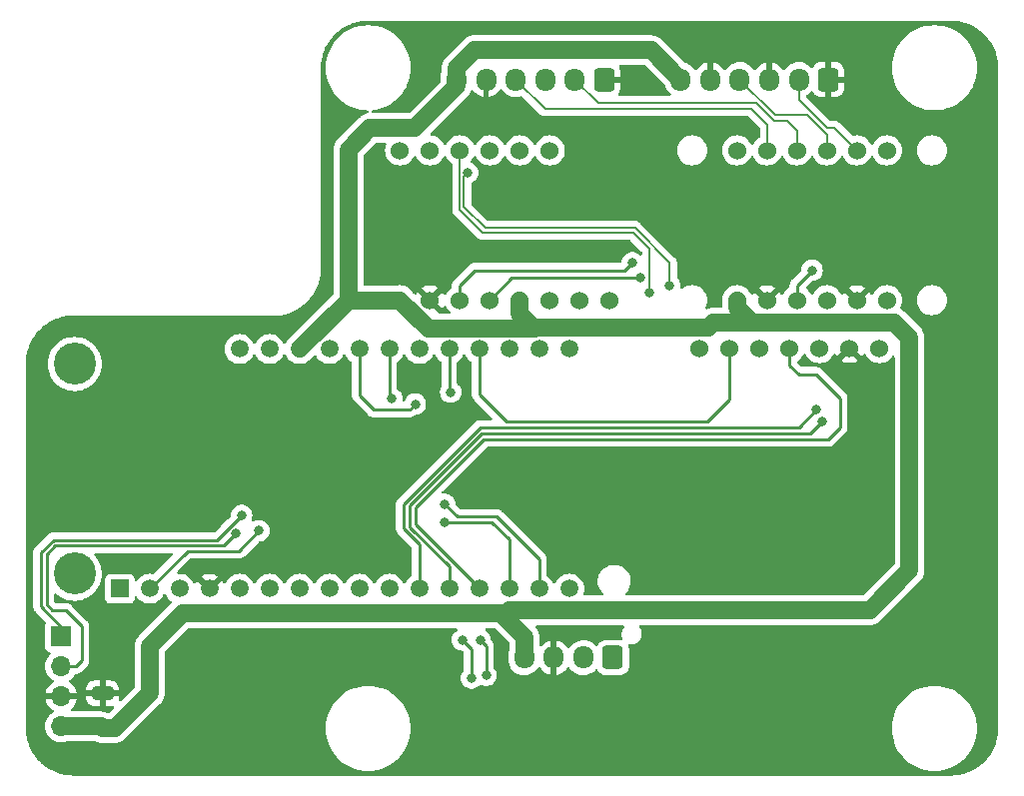
<source format=gbr>
%TF.GenerationSoftware,KiCad,Pcbnew,7.0.1-0*%
%TF.CreationDate,2023-04-22T10:08:40-07:00*%
%TF.ProjectId,SensorV2,53656e73-6f72-4563-922e-6b696361645f,rev?*%
%TF.SameCoordinates,Original*%
%TF.FileFunction,Copper,L2,Bot*%
%TF.FilePolarity,Positive*%
%FSLAX46Y46*%
G04 Gerber Fmt 4.6, Leading zero omitted, Abs format (unit mm)*
G04 Created by KiCad (PCBNEW 7.0.1-0) date 2023-04-22 10:08:40*
%MOMM*%
%LPD*%
G01*
G04 APERTURE LIST*
G04 Aperture macros list*
%AMRoundRect*
0 Rectangle with rounded corners*
0 $1 Rounding radius*
0 $2 $3 $4 $5 $6 $7 $8 $9 X,Y pos of 4 corners*
0 Add a 4 corners polygon primitive as box body*
4,1,4,$2,$3,$4,$5,$6,$7,$8,$9,$2,$3,0*
0 Add four circle primitives for the rounded corners*
1,1,$1+$1,$2,$3*
1,1,$1+$1,$4,$5*
1,1,$1+$1,$6,$7*
1,1,$1+$1,$8,$9*
0 Add four rect primitives between the rounded corners*
20,1,$1+$1,$2,$3,$4,$5,0*
20,1,$1+$1,$4,$5,$6,$7,0*
20,1,$1+$1,$6,$7,$8,$9,0*
20,1,$1+$1,$8,$9,$2,$3,0*%
G04 Aperture macros list end*
%TA.AperFunction,ComponentPad*%
%ADD10C,1.524000*%
%TD*%
%TA.AperFunction,ComponentPad*%
%ADD11R,1.700000X1.700000*%
%TD*%
%TA.AperFunction,ComponentPad*%
%ADD12O,1.700000X1.700000*%
%TD*%
%TA.AperFunction,ComponentPad*%
%ADD13RoundRect,0.250000X0.600000X0.725000X-0.600000X0.725000X-0.600000X-0.725000X0.600000X-0.725000X0*%
%TD*%
%TA.AperFunction,ComponentPad*%
%ADD14O,1.700000X1.950000*%
%TD*%
%TA.AperFunction,ComponentPad*%
%ADD15R,1.508000X1.508000*%
%TD*%
%TA.AperFunction,ComponentPad*%
%ADD16C,1.508000*%
%TD*%
%TA.AperFunction,ComponentPad*%
%ADD17C,3.556000*%
%TD*%
%TA.AperFunction,SMDPad,CuDef*%
%ADD18RoundRect,0.250000X0.650000X-0.325000X0.650000X0.325000X-0.650000X0.325000X-0.650000X-0.325000X0*%
%TD*%
%TA.AperFunction,ViaPad*%
%ADD19C,0.800000*%
%TD*%
%TA.AperFunction,Conductor*%
%ADD20C,1.500000*%
%TD*%
%TA.AperFunction,Conductor*%
%ADD21C,1.000000*%
%TD*%
%TA.AperFunction,Conductor*%
%ADD22C,0.250000*%
%TD*%
%TA.AperFunction,Conductor*%
%ADD23C,0.200000*%
%TD*%
G04 APERTURE END LIST*
D10*
%TO.P,U5,A+,A+*%
%TO.N,unconnected-(U5-PadA+)*%
X81280000Y-86995000D03*
%TO.P,U5,A-,A-*%
%TO.N,unconnected-(U5-PadA-)*%
X93980000Y-86995000D03*
%TO.P,U5,A0,A0*%
%TO.N,/A2N*%
X91440000Y-86995000D03*
%TO.P,U5,A1,A1*%
%TO.N,/A2P*%
X88900000Y-86995000D03*
%TO.P,U5,A2,A2*%
%TO.N,/A1N*%
X86360000Y-86995000D03*
%TO.P,U5,A3,A3*%
%TO.N,/A1P*%
X83820000Y-86995000D03*
%TO.P,U5,ADDR,ADDR*%
%TO.N,GND*%
X91440000Y-99695000D03*
%TO.P,U5,ALRT,ALRT*%
%TO.N,unconnected-(U5-PadALRT)*%
X93980000Y-99695000D03*
%TO.P,U5,GND,GND*%
%TO.N,GND*%
X83820000Y-99695000D03*
%TO.P,U5,SCL,SCL*%
%TO.N,/SCL*%
X86360000Y-99695000D03*
%TO.P,U5,SDA,SDA*%
%TO.N,/SDA*%
X88900000Y-99695000D03*
%TO.P,U5,VIN,VIN*%
%TO.N,+5V*%
X81280000Y-99695000D03*
%TD*%
D11*
%TO.P,J1,1,Pin_1*%
%TO.N,/TX*%
X24000000Y-128200000D03*
D12*
%TO.P,J1,2,Pin_2*%
%TO.N,/RX*%
X24000000Y-130740000D03*
%TO.P,J1,3,Pin_3*%
%TO.N,GND*%
X24000000Y-133280000D03*
%TO.P,J1,4,Pin_4*%
%TO.N,+5V*%
X24000000Y-135820000D03*
%TD*%
D13*
%TO.P,J4,1,Pin_1*%
%TO.N,GND*%
X70000000Y-81000000D03*
D14*
%TO.P,J4,2,Pin_2*%
%TO.N,/A1N*%
X67500000Y-81000000D03*
%TO.P,J4,3,Pin_3*%
%TO.N,GND*%
X65000000Y-81000000D03*
%TO.P,J4,4,Pin_4*%
%TO.N,/A1P*%
X62500000Y-81000000D03*
%TO.P,J4,5,Pin_5*%
%TO.N,GND*%
X60000000Y-81000000D03*
%TO.P,J4,6,Pin_6*%
%TO.N,+5V*%
X57500000Y-81000000D03*
%TD*%
D13*
%TO.P,J5,1,Pin_1*%
%TO.N,GND*%
X89000000Y-81000000D03*
D14*
%TO.P,J5,2,Pin_2*%
%TO.N,/A2N*%
X86500000Y-81000000D03*
%TO.P,J5,3,Pin_3*%
%TO.N,GND*%
X84000000Y-81000000D03*
%TO.P,J5,4,Pin_4*%
%TO.N,/A2P*%
X81500000Y-81000000D03*
%TO.P,J5,5,Pin_5*%
%TO.N,GND*%
X79000000Y-81000000D03*
%TO.P,J5,6,Pin_6*%
%TO.N,+5V*%
X76500000Y-81000000D03*
%TD*%
D13*
%TO.P,J6,1,Pin_1*%
%TO.N,/A3P*%
X70750000Y-130000000D03*
D14*
%TO.P,J6,2,Pin_2*%
%TO.N,/A3N*%
X68250000Y-130000000D03*
%TO.P,J6,3,Pin_3*%
%TO.N,GND*%
X65750000Y-130000000D03*
%TO.P,J6,4,Pin_4*%
%TO.N,+5V*%
X63250000Y-130000000D03*
%TD*%
D15*
%TO.P,U1,1,RST*%
%TO.N,unconnected-(U1-RST-Pad1)*%
X28950000Y-124160000D03*
D16*
%TO.P,U1,2,3V*%
%TO.N,+3V3*%
X31490000Y-124160000D03*
%TO.P,U1,3*%
%TO.N,N/C*%
X34030000Y-124160000D03*
%TO.P,U1,4,GND*%
%TO.N,GND*%
X36570000Y-124160000D03*
%TO.P,U1,5,ADC*%
%TO.N,unconnected-(U1-ADC-Pad5)*%
X39110000Y-124160000D03*
%TO.P,U1,6*%
%TO.N,N/C*%
X41650000Y-124160000D03*
%TO.P,U1,7*%
X44190000Y-124160000D03*
%TO.P,U1,8*%
X46730000Y-124160000D03*
%TO.P,U1,9*%
X49270000Y-124160000D03*
%TO.P,U1,10*%
X51810000Y-124160000D03*
%TO.P,U1,11,SCK*%
%TO.N,/SCK*%
X54350000Y-124160000D03*
%TO.P,U1,12,MOSI*%
%TO.N,/MOSI*%
X56890000Y-124160000D03*
%TO.P,U1,13,MIS0*%
%TO.N,/MISO*%
X59430000Y-124160000D03*
%TO.P,U1,14,RX*%
%TO.N,/RX*%
X61970000Y-124160000D03*
%TO.P,U1,15,TX*%
%TO.N,/TX*%
X64510000Y-124160000D03*
%TO.P,U1,16,CHPD*%
%TO.N,unconnected-(U1-CHPD-Pad16)*%
X67050000Y-124160000D03*
%TO.P,U1,17,BAT*%
%TO.N,unconnected-(U1-BAT-Pad17)*%
X39110000Y-103840000D03*
%TO.P,U1,18,EN*%
%TO.N,unconnected-(U1-EN-Pad18)*%
X41650000Y-103840000D03*
%TO.P,U1,19,USB*%
%TO.N,+5V*%
X44190000Y-103840000D03*
%TO.P,U1,20,GPIO14*%
%TO.N,unconnected-(U1-GPIO14-Pad20)*%
X46730000Y-103840000D03*
%TO.P,U1,21,GPIO12*%
%TO.N,/VRX_2*%
X49270000Y-103840000D03*
%TO.P,U1,22,GPIO13*%
%TO.N,/VTX_2*%
X51810000Y-103840000D03*
%TO.P,U1,23,GPIO15*%
%TO.N,unconnected-(U1-GPIO15-Pad23)*%
X54350000Y-103840000D03*
%TO.P,U1,24,GPIO0*%
%TO.N,/VRX_1*%
X56890000Y-103840000D03*
%TO.P,U1,25,GPIO16*%
%TO.N,/CS1*%
X59430000Y-103840000D03*
%TO.P,U1,26,GPIO2*%
%TO.N,/VTX_1*%
X61970000Y-103840000D03*
%TO.P,U1,27,SCL/GPIO5*%
%TO.N,/SCL*%
X64510000Y-103840000D03*
%TO.P,U1,28,SDA/GPIO4*%
%TO.N,/SDA*%
X67050000Y-103840000D03*
D17*
%TO.P,U1,S1*%
%TO.N,N/C*%
X25140000Y-122890000D03*
%TO.P,U1,S2*%
X25140000Y-105110000D03*
%TD*%
D10*
%TO.P,U4,3.3V,3.3V*%
%TO.N,unconnected-(U4-Pad3.3V)*%
X93350000Y-103760000D03*
%TO.P,U4,5V,5V*%
%TO.N,+5V*%
X95890000Y-103760000D03*
%TO.P,U4,CD,CD*%
%TO.N,unconnected-(U4-PadCD)*%
X78110000Y-103760000D03*
%TO.P,U4,CLK,CLK*%
%TO.N,/SCK*%
X88270000Y-103760000D03*
%TO.P,U4,CS,CS*%
%TO.N,/CS1*%
X80650000Y-103760000D03*
%TO.P,U4,DI,DI*%
%TO.N,/MOSI*%
X83190000Y-103760000D03*
%TO.P,U4,DO,DO*%
%TO.N,/MISO*%
X85730000Y-103760000D03*
%TO.P,U4,GND,GND*%
%TO.N,GND*%
X90810000Y-103760000D03*
%TD*%
%TO.P,U3,32K,32K*%
%TO.N,unconnected-(U3-Pad32K)*%
X65405000Y-99695000D03*
%TO.P,U3,A+,A+*%
%TO.N,unconnected-(U3-PadA+)*%
X52705000Y-86995000D03*
%TO.P,U3,A-,A-*%
%TO.N,unconnected-(U3-PadA-)*%
X65405000Y-86995000D03*
%TO.P,U3,A0,A0*%
%TO.N,unconnected-(U3-PadA0)*%
X62865000Y-86995000D03*
%TO.P,U3,A1,A1*%
%TO.N,unconnected-(U3-PadA1)*%
X60325000Y-86995000D03*
%TO.P,U3,A2,A2*%
%TO.N,/A3N*%
X57785000Y-86995000D03*
%TO.P,U3,A3,A3*%
%TO.N,/A3P*%
X55245000Y-86995000D03*
%TO.P,U3,ADDR,ADDR*%
%TO.N,+5V*%
X62865000Y-99695000D03*
%TO.P,U3,GND,GND*%
%TO.N,GND*%
X55245000Y-99695000D03*
%TO.P,U3,RST,RST*%
%TO.N,unconnected-(U3-PadRST)*%
X70485000Y-99695000D03*
%TO.P,U3,SCL,SCL*%
%TO.N,/SCL*%
X57785000Y-99695000D03*
%TO.P,U3,SDA,SDA*%
%TO.N,/SDA*%
X60325000Y-99695000D03*
%TO.P,U3,SQW,SQW*%
%TO.N,unconnected-(U3-PadSQW)*%
X67945000Y-99695000D03*
%TO.P,U3,VIN,VIN*%
%TO.N,+5V*%
X52705000Y-99695000D03*
%TD*%
D18*
%TO.P,C1,1*%
%TO.N,+5V*%
X27500000Y-135975000D03*
%TO.P,C1,2*%
%TO.N,GND*%
X27500000Y-133025000D03*
%TD*%
D19*
%TO.N,+5V*%
X31500000Y-131000000D03*
%TO.N,GND*%
X45250000Y-130750000D03*
X36075000Y-129925000D03*
%TO.N,/TX*%
X39282566Y-117946460D03*
X56500000Y-117000000D03*
%TO.N,/RX*%
X38750000Y-119500000D03*
X56500000Y-118500000D03*
%TO.N,/VRX_1*%
X57000000Y-107500000D03*
%TO.N,/A3N*%
X73839000Y-99060000D03*
%TO.N,/A3P*%
X75565000Y-98425000D03*
X58429500Y-88900000D03*
%TO.N,+3V3*%
X40750000Y-119250000D03*
%TO.N,/SCK*%
X88000000Y-109000000D03*
%TO.N,/MOSI*%
X88500000Y-110000000D03*
%TO.N,/SCL*%
X72390000Y-96520000D03*
X87630000Y-97155000D03*
%TO.N,/SDA*%
X73114500Y-97790000D03*
%TO.N,/VRX_2*%
X60000000Y-131500000D03*
X54000000Y-108500000D03*
X59500000Y-128500000D03*
%TO.N,/VTX_2*%
X58762299Y-131737701D03*
X58000000Y-128500000D03*
X52000000Y-108000000D03*
%TD*%
D20*
%TO.N,+5V*%
X82555000Y-101600000D02*
X82550000Y-101600000D01*
X28525000Y-135975000D02*
X31500000Y-133000000D01*
X61238000Y-126238000D02*
X61500000Y-126500000D01*
X81280000Y-100330000D02*
X81280000Y-99695000D01*
X62810000Y-100811000D02*
X62810000Y-99695000D01*
X52650000Y-99695000D02*
X48335000Y-99695000D01*
X62016000Y-125984000D02*
X61500000Y-126500000D01*
X63250000Y-128250000D02*
X63250000Y-130000000D01*
X95890000Y-102875000D02*
X94615000Y-101600000D01*
X55091000Y-102136000D02*
X52650000Y-99695000D01*
X82550000Y-101600000D02*
X81280000Y-100330000D01*
X34262000Y-126238000D02*
X61238000Y-126238000D01*
X48335000Y-99695000D02*
X48335000Y-86920000D01*
X57500000Y-80000000D02*
X57500000Y-81000000D01*
X64135000Y-102136000D02*
X55091000Y-102136000D01*
X95890000Y-122610000D02*
X92516000Y-125984000D01*
X27500000Y-135975000D02*
X28525000Y-135975000D01*
X78819134Y-102048000D02*
X64223000Y-102048000D01*
X53975000Y-85090000D02*
X57500000Y-81565000D01*
X50165000Y-85090000D02*
X53975000Y-85090000D01*
X48335000Y-99695000D02*
X44190000Y-103840000D01*
X94615000Y-101600000D02*
X82555000Y-101600000D01*
X82555000Y-101600000D02*
X79267134Y-101600000D01*
X31500000Y-133000000D02*
X31500000Y-129000000D01*
X95890000Y-103760000D02*
X95890000Y-102875000D01*
X64223000Y-102048000D02*
X64135000Y-102136000D01*
X27345000Y-135820000D02*
X27500000Y-135975000D01*
X24000000Y-135820000D02*
X27345000Y-135820000D01*
X31500000Y-129000000D02*
X34262000Y-126238000D01*
X57500000Y-81565000D02*
X57500000Y-81000000D01*
X79267134Y-101600000D02*
X78819134Y-102048000D01*
X95890000Y-103760000D02*
X95890000Y-122610000D01*
X74000000Y-78500000D02*
X59000000Y-78500000D01*
X48335000Y-86920000D02*
X50165000Y-85090000D01*
X64135000Y-102136000D02*
X62810000Y-100811000D01*
X92516000Y-125984000D02*
X62016000Y-125984000D01*
X61500000Y-126500000D02*
X63250000Y-128250000D01*
X76500000Y-81000000D02*
X74000000Y-78500000D01*
X59000000Y-78500000D02*
X57500000Y-80000000D01*
D21*
%TO.N,GND*%
X36075000Y-129925000D02*
X44425000Y-129925000D01*
X44425000Y-129925000D02*
X45250000Y-130750000D01*
D22*
%TO.N,/TX*%
X23348604Y-120015000D02*
X22250000Y-121113604D01*
X38449695Y-118775000D02*
X38025000Y-119199695D01*
X57550000Y-118050000D02*
X56500000Y-117000000D01*
X39282566Y-117946460D02*
X38454026Y-118775000D01*
X64510000Y-124160000D02*
X64510000Y-121660000D01*
X38025000Y-119199695D02*
X38025000Y-119204026D01*
X24000000Y-127388896D02*
X24000000Y-128200000D01*
X22250000Y-125638896D02*
X24000000Y-127388896D01*
X38025000Y-119204026D02*
X37214026Y-120015000D01*
X60900000Y-118050000D02*
X57550000Y-118050000D01*
X64510000Y-121660000D02*
X60900000Y-118050000D01*
X22250000Y-121113604D02*
X22250000Y-125638896D01*
X38454026Y-118775000D02*
X38449695Y-118775000D01*
X37214026Y-120015000D02*
X23348604Y-120015000D01*
%TO.N,/RX*%
X23500000Y-120500000D02*
X22750000Y-121250000D01*
X38750000Y-119500000D02*
X37750000Y-120500000D01*
X25750000Y-130250000D02*
X25260000Y-130740000D01*
X61970000Y-119970000D02*
X60500000Y-118500000D01*
X25750000Y-127350000D02*
X25750000Y-130250000D01*
X23247500Y-126000000D02*
X24400000Y-126000000D01*
X25260000Y-130740000D02*
X24000000Y-130740000D01*
X22750000Y-121250000D02*
X22750000Y-125502500D01*
X22750000Y-125502500D02*
X23247500Y-126000000D01*
X24400000Y-126000000D02*
X25750000Y-127350000D01*
X61970000Y-124160000D02*
X61970000Y-119970000D01*
X60500000Y-118500000D02*
X56500000Y-118500000D01*
X37750000Y-120500000D02*
X23500000Y-120500000D01*
%TO.N,/VRX_1*%
X57000000Y-107500000D02*
X56890000Y-107390000D01*
X56890000Y-107390000D02*
X56890000Y-103840000D01*
D23*
%TO.N,/A2N*%
X86500000Y-81000000D02*
X86500000Y-82690000D01*
X86500000Y-82690000D02*
X88900000Y-85090000D01*
X88900000Y-85090000D02*
X89535000Y-85090000D01*
X89535000Y-85090000D02*
X91440000Y-86995000D01*
%TO.N,/A2P*%
X81500000Y-81000000D02*
X84500000Y-84000000D01*
X88900000Y-85655686D02*
X88900000Y-86995000D01*
X84500000Y-84000000D02*
X87244314Y-84000000D01*
X87244314Y-84000000D02*
X88900000Y-85655686D01*
%TO.N,/A1N*%
X86360000Y-85360000D02*
X86360000Y-86995000D01*
X69500000Y-83000000D02*
X82934314Y-83000000D01*
X84434314Y-84500000D02*
X85500000Y-84500000D01*
X82934314Y-83000000D02*
X84434314Y-84500000D01*
X85500000Y-84500000D02*
X86360000Y-85360000D01*
X67500000Y-81000000D02*
X69500000Y-83000000D01*
%TO.N,/A1P*%
X62500000Y-81000000D02*
X65000000Y-83500000D01*
X83820000Y-84820000D02*
X83820000Y-86995000D01*
X65000000Y-83500000D02*
X82500000Y-83500000D01*
X82500000Y-83500000D02*
X83820000Y-84820000D01*
D22*
%TO.N,/CS1*%
X59430000Y-107690000D02*
X59430000Y-103840000D01*
X80650000Y-108100000D02*
X78750000Y-110000000D01*
X61740000Y-110000000D02*
X59430000Y-107690000D01*
X80650000Y-103760000D02*
X80650000Y-108100000D01*
X78750000Y-110000000D02*
X61740000Y-110000000D01*
D23*
%TO.N,/A3N*%
X73839000Y-99060000D02*
X73839000Y-95359686D01*
X73839000Y-95359686D02*
X72459314Y-93980000D01*
X59690000Y-93980000D02*
X57730000Y-92020000D01*
X72459314Y-93980000D02*
X59690000Y-93980000D01*
X57730000Y-92020000D02*
X57730000Y-86995000D01*
%TO.N,/A3P*%
X58130000Y-91785000D02*
X58130000Y-89199500D01*
X72625000Y-93580000D02*
X59925000Y-93580000D01*
X58130000Y-89199500D02*
X58429500Y-88900000D01*
X75565000Y-96520000D02*
X72625000Y-93580000D01*
X75565000Y-98425000D02*
X75565000Y-96520000D01*
X59925000Y-93580000D02*
X58130000Y-91785000D01*
D22*
%TO.N,+3V3*%
X40750000Y-119250000D02*
X39050000Y-120950000D01*
X34700000Y-120950000D02*
X31490000Y-124160000D01*
X39050000Y-120950000D02*
X34700000Y-120950000D01*
%TO.N,/SCK*%
X53000000Y-117000000D02*
X59500000Y-110500000D01*
X54350000Y-120391396D02*
X53000000Y-119041396D01*
X59500000Y-110500000D02*
X86500000Y-110500000D01*
X54350000Y-124160000D02*
X54350000Y-120391396D01*
X86500000Y-110500000D02*
X88000000Y-109000000D01*
X53000000Y-119041396D02*
X53000000Y-117000000D01*
%TO.N,/MOSI*%
X53550000Y-117086396D02*
X59636396Y-111000000D01*
X53550000Y-118955000D02*
X53550000Y-117086396D01*
X59636396Y-111000000D02*
X87500000Y-111000000D01*
X87500000Y-111000000D02*
X88500000Y-110000000D01*
X56890000Y-122295000D02*
X53550000Y-118955000D01*
X56890000Y-124160000D02*
X56890000Y-122295000D01*
%TO.N,/MISO*%
X59772792Y-111500000D02*
X89000000Y-111500000D01*
X88000000Y-106000000D02*
X86500000Y-106000000D01*
X85730000Y-105230000D02*
X85730000Y-103760000D01*
X89000000Y-111500000D02*
X90000000Y-110500000D01*
X54000000Y-118730000D02*
X54000000Y-117272792D01*
X90000000Y-110500000D02*
X90000000Y-108000000D01*
X59430000Y-124160000D02*
X54000000Y-118730000D01*
X86500000Y-106000000D02*
X85730000Y-105230000D01*
X54000000Y-117272792D02*
X59772792Y-111500000D01*
X90000000Y-108000000D02*
X88000000Y-106000000D01*
%TO.N,/SCL*%
X87630000Y-97155000D02*
X86360000Y-98425000D01*
X86360000Y-98425000D02*
X86360000Y-99695000D01*
X71755000Y-97155000D02*
X59055000Y-97155000D01*
X72390000Y-96520000D02*
X71755000Y-97155000D01*
X57730000Y-98480000D02*
X57730000Y-99695000D01*
X59055000Y-97155000D02*
X57730000Y-98480000D01*
%TO.N,/SDA*%
X73114500Y-97790000D02*
X62175000Y-97790000D01*
X62175000Y-97790000D02*
X60270000Y-99695000D01*
%TO.N,/VRX_2*%
X49270000Y-107770000D02*
X49270000Y-103840000D01*
X50500000Y-109000000D02*
X49270000Y-107770000D01*
X60000000Y-129000000D02*
X59500000Y-128500000D01*
X53500000Y-109000000D02*
X50500000Y-109000000D01*
X54000000Y-108500000D02*
X53500000Y-109000000D01*
X60000000Y-131500000D02*
X60000000Y-129000000D01*
%TO.N,/VTX_2*%
X58762299Y-131737701D02*
X58762299Y-129262299D01*
X58762299Y-129262299D02*
X58000000Y-128500000D01*
X51810000Y-107810000D02*
X51810000Y-103840000D01*
X52000000Y-108000000D02*
X51810000Y-107810000D01*
%TD*%
%TA.AperFunction,Conductor*%
%TO.N,GND*%
G36*
X90897681Y-103494127D02*
G01*
X91861740Y-104458186D01*
X91907097Y-104393412D01*
X91962927Y-104273684D01*
X92008684Y-104221508D01*
X92075309Y-104202088D01*
X92141934Y-104221507D01*
X92187692Y-104273683D01*
X92220860Y-104344810D01*
X92245512Y-104397677D01*
X92373023Y-104579781D01*
X92530219Y-104736977D01*
X92712323Y-104864488D01*
X92913804Y-104958440D01*
X93128537Y-105015978D01*
X93350000Y-105035353D01*
X93571463Y-105015978D01*
X93786196Y-104958440D01*
X93987677Y-104864488D01*
X94169781Y-104736977D01*
X94326977Y-104579781D01*
X94405926Y-104467029D01*
X94453142Y-104426704D01*
X94513990Y-104414325D01*
X94573210Y-104432997D01*
X94615953Y-104478039D01*
X94631500Y-104538155D01*
X94631500Y-122037350D01*
X94622061Y-122084803D01*
X94595181Y-122125031D01*
X92031031Y-124689181D01*
X91990803Y-124716061D01*
X91943350Y-124725500D01*
X71929913Y-124725500D01*
X71873150Y-124711745D01*
X71828980Y-124673531D01*
X71807203Y-124619336D01*
X71812650Y-124561185D01*
X71844113Y-124511977D01*
X71845896Y-124510268D01*
X71909844Y-124448979D01*
X72050896Y-124258264D01*
X72157688Y-124046454D01*
X72227148Y-123819643D01*
X72257278Y-123584356D01*
X72247210Y-123347361D01*
X72197236Y-123115476D01*
X72108791Y-122895373D01*
X71984421Y-122693383D01*
X71827703Y-122515317D01*
X71827701Y-122515315D01*
X71643149Y-122366299D01*
X71436059Y-122250611D01*
X71212398Y-122171587D01*
X70978606Y-122131500D01*
X70978604Y-122131500D01*
X70800809Y-122131500D01*
X70800805Y-122131500D01*
X70623647Y-122146578D01*
X70394089Y-122206349D01*
X70177940Y-122304056D01*
X69981410Y-122436886D01*
X69810155Y-122601020D01*
X69669104Y-122791735D01*
X69562312Y-123003545D01*
X69516212Y-123154076D01*
X69492852Y-123230357D01*
X69463455Y-123459926D01*
X69462722Y-123465647D01*
X69472789Y-123702636D01*
X69480161Y-123736840D01*
X69522764Y-123934524D01*
X69611209Y-124154627D01*
X69735579Y-124356617D01*
X69735580Y-124356618D01*
X69879001Y-124519576D01*
X69905647Y-124569237D01*
X69907561Y-124625562D01*
X69884347Y-124676917D01*
X69840801Y-124712693D01*
X69785918Y-124725500D01*
X68367112Y-124725500D01*
X68312268Y-124712712D01*
X68268736Y-124676986D01*
X68245495Y-124625691D01*
X68247337Y-124569406D01*
X68285797Y-124425871D01*
X68298070Y-124380068D01*
X68317323Y-124160000D01*
X68298070Y-123939932D01*
X68240894Y-123726550D01*
X68147534Y-123526339D01*
X68020826Y-123345380D01*
X67864620Y-123189174D01*
X67683662Y-123062466D01*
X67636103Y-123040289D01*
X67483451Y-122969106D01*
X67270065Y-122911929D01*
X67050000Y-122892676D01*
X66829934Y-122911929D01*
X66616548Y-122969106D01*
X66416338Y-123062466D01*
X66235379Y-123189174D01*
X66079174Y-123345379D01*
X65952467Y-123526336D01*
X65892381Y-123655190D01*
X65846623Y-123707365D01*
X65779998Y-123726784D01*
X65713373Y-123707364D01*
X65667617Y-123655188D01*
X65607534Y-123526339D01*
X65577230Y-123483060D01*
X65480826Y-123345380D01*
X65324620Y-123189174D01*
X65196375Y-123099376D01*
X65157511Y-123055059D01*
X65143500Y-122997802D01*
X65143500Y-121743633D01*
X65145789Y-121722890D01*
X65145701Y-121720094D01*
X65145702Y-121720091D01*
X65143560Y-121651968D01*
X65143500Y-121648074D01*
X65143500Y-121620147D01*
X65143459Y-121619819D01*
X65142982Y-121616047D01*
X65142065Y-121604398D01*
X65141705Y-121592939D01*
X65140674Y-121560111D01*
X65134974Y-121540494D01*
X65131033Y-121521464D01*
X65128474Y-121501203D01*
X65112163Y-121460007D01*
X65108381Y-121448960D01*
X65101142Y-121424045D01*
X65096018Y-121406407D01*
X65085622Y-121388829D01*
X65077069Y-121371371D01*
X65069552Y-121352383D01*
X65043503Y-121316530D01*
X65037099Y-121306780D01*
X65014542Y-121268638D01*
X65000107Y-121254203D01*
X64987469Y-121239406D01*
X64983039Y-121233309D01*
X64975472Y-121222893D01*
X64941324Y-121194643D01*
X64932685Y-121186781D01*
X61407088Y-117661183D01*
X61394044Y-117644901D01*
X61342348Y-117596356D01*
X61339551Y-117593645D01*
X61319773Y-117573867D01*
X61316495Y-117571324D01*
X61307622Y-117563745D01*
X61275321Y-117533414D01*
X61257433Y-117523580D01*
X61241169Y-117512896D01*
X61225040Y-117500385D01*
X61184377Y-117482789D01*
X61173883Y-117477648D01*
X61135062Y-117456305D01*
X61123386Y-117453307D01*
X61115284Y-117451227D01*
X61096879Y-117444926D01*
X61078145Y-117436819D01*
X61078143Y-117436818D01*
X61078142Y-117436818D01*
X61034383Y-117429887D01*
X61022943Y-117427518D01*
X60980031Y-117416500D01*
X60980030Y-117416500D01*
X60959616Y-117416500D01*
X60940217Y-117414973D01*
X60920058Y-117411780D01*
X60920057Y-117411780D01*
X60887318Y-117414874D01*
X60875943Y-117415950D01*
X60864274Y-117416500D01*
X57863767Y-117416500D01*
X57816314Y-117407061D01*
X57776086Y-117380181D01*
X57446620Y-117050715D01*
X57422380Y-117016417D01*
X57410981Y-116976000D01*
X57393542Y-116810072D01*
X57334527Y-116628444D01*
X57334527Y-116628443D01*
X57239042Y-116463058D01*
X57219442Y-116441291D01*
X57111253Y-116321134D01*
X56956752Y-116208882D01*
X56956751Y-116208881D01*
X56782285Y-116131204D01*
X56595489Y-116091500D01*
X56595487Y-116091500D01*
X56404513Y-116091500D01*
X56404512Y-116091500D01*
X56398305Y-116092819D01*
X56335444Y-116089851D01*
X56282135Y-116056408D01*
X56252109Y-116001103D01*
X56253098Y-115938180D01*
X56284847Y-115883849D01*
X59998877Y-112169819D01*
X60039106Y-112142939D01*
X60086559Y-112133500D01*
X88916367Y-112133500D01*
X88937108Y-112135789D01*
X88939905Y-112135701D01*
X88939909Y-112135702D01*
X89008017Y-112133560D01*
X89011913Y-112133500D01*
X89039854Y-112133500D01*
X89039856Y-112133500D01*
X89043956Y-112132981D01*
X89055606Y-112132064D01*
X89099889Y-112130673D01*
X89119498Y-112124975D01*
X89138531Y-112121033D01*
X89158797Y-112118474D01*
X89200006Y-112102157D01*
X89211037Y-112098380D01*
X89253593Y-112086018D01*
X89271160Y-112075628D01*
X89288632Y-112067068D01*
X89307617Y-112059552D01*
X89343475Y-112033498D01*
X89353223Y-112027096D01*
X89391362Y-112004542D01*
X89405800Y-111990103D01*
X89420588Y-111977472D01*
X89437107Y-111965472D01*
X89465359Y-111931319D01*
X89473203Y-111922699D01*
X90388816Y-111007086D01*
X90405097Y-110994044D01*
X90407014Y-110992002D01*
X90407018Y-110992000D01*
X90453707Y-110942279D01*
X90456355Y-110939547D01*
X90476135Y-110919769D01*
X90478661Y-110916511D01*
X90486252Y-110907621D01*
X90516586Y-110875321D01*
X90526424Y-110857424D01*
X90537100Y-110841171D01*
X90549614Y-110825040D01*
X90567216Y-110784360D01*
X90572334Y-110773913D01*
X90593695Y-110735060D01*
X90598772Y-110715282D01*
X90605072Y-110696882D01*
X90613181Y-110678145D01*
X90620112Y-110634376D01*
X90622478Y-110622953D01*
X90633500Y-110580030D01*
X90633500Y-110559616D01*
X90635027Y-110540217D01*
X90635102Y-110539740D01*
X90638220Y-110520057D01*
X90634050Y-110475943D01*
X90633500Y-110464274D01*
X90633500Y-108083633D01*
X90635789Y-108062891D01*
X90635701Y-108060094D01*
X90635702Y-108060091D01*
X90633560Y-107991982D01*
X90633500Y-107988087D01*
X90633500Y-107960146D01*
X90632982Y-107956049D01*
X90632064Y-107944390D01*
X90631574Y-107928797D01*
X90630673Y-107900110D01*
X90624978Y-107880511D01*
X90621033Y-107861462D01*
X90618474Y-107841203D01*
X90602162Y-107800005D01*
X90598377Y-107788949D01*
X90586018Y-107746406D01*
X90575627Y-107728836D01*
X90567066Y-107711361D01*
X90562551Y-107699958D01*
X90559552Y-107692383D01*
X90533503Y-107656530D01*
X90527099Y-107646780D01*
X90504542Y-107608638D01*
X90490107Y-107594203D01*
X90477469Y-107579406D01*
X90465472Y-107562893D01*
X90431324Y-107534643D01*
X90422685Y-107526781D01*
X88507088Y-105611183D01*
X88494044Y-105594901D01*
X88442331Y-105546340D01*
X88439564Y-105543659D01*
X88419770Y-105523865D01*
X88419769Y-105523864D01*
X88419768Y-105523863D01*
X88416495Y-105521324D01*
X88407622Y-105513745D01*
X88375321Y-105483414D01*
X88357433Y-105473580D01*
X88341169Y-105462896D01*
X88325040Y-105450385D01*
X88284377Y-105432789D01*
X88273883Y-105427648D01*
X88235062Y-105406305D01*
X88223386Y-105403307D01*
X88215284Y-105401227D01*
X88196879Y-105394926D01*
X88182718Y-105388798D01*
X88178145Y-105386819D01*
X88178143Y-105386818D01*
X88178142Y-105386818D01*
X88134383Y-105379887D01*
X88122943Y-105377518D01*
X88080031Y-105366500D01*
X88080030Y-105366500D01*
X88059616Y-105366500D01*
X88040217Y-105364973D01*
X88020058Y-105361780D01*
X88020057Y-105361780D01*
X87987318Y-105364874D01*
X87975943Y-105365950D01*
X87964274Y-105366500D01*
X86813767Y-105366500D01*
X86766314Y-105357061D01*
X86726086Y-105330181D01*
X86409070Y-105013165D01*
X86380229Y-104967894D01*
X86373223Y-104914676D01*
X86389364Y-104863484D01*
X86425625Y-104823912D01*
X86549781Y-104736977D01*
X86706977Y-104579781D01*
X86834488Y-104397677D01*
X86887618Y-104283738D01*
X86933375Y-104231563D01*
X87000000Y-104212144D01*
X87066625Y-104231563D01*
X87112381Y-104283738D01*
X87165512Y-104397677D01*
X87293023Y-104579781D01*
X87450219Y-104736977D01*
X87632323Y-104864488D01*
X87833804Y-104958440D01*
X88048537Y-105015978D01*
X88270000Y-105035353D01*
X88491463Y-105015978D01*
X88706196Y-104958440D01*
X88907677Y-104864488D01*
X88983009Y-104811740D01*
X90111812Y-104811740D01*
X90176593Y-104857101D01*
X90376718Y-104950420D01*
X90590021Y-105007575D01*
X90810000Y-105026821D01*
X91029978Y-105007575D01*
X91243281Y-104950420D01*
X91443408Y-104857100D01*
X91508186Y-104811740D01*
X90810001Y-104113553D01*
X90810000Y-104113553D01*
X90111812Y-104811740D01*
X88983009Y-104811740D01*
X89089781Y-104736977D01*
X89246977Y-104579781D01*
X89374488Y-104397677D01*
X89432307Y-104273682D01*
X89478064Y-104221507D01*
X89544689Y-104202087D01*
X89611314Y-104221506D01*
X89657071Y-104273683D01*
X89712898Y-104393406D01*
X89758258Y-104458187D01*
X90722319Y-103494127D01*
X90777906Y-103462033D01*
X90842094Y-103462033D01*
X90897681Y-103494127D01*
G37*
%TD.AperFunction*%
%TA.AperFunction,Conductor*%
G36*
X51469628Y-86363786D02*
G01*
X51514565Y-86405875D01*
X51533719Y-86464390D01*
X51522367Y-86524904D01*
X51506561Y-86558799D01*
X51449021Y-86773539D01*
X51429646Y-86994999D01*
X51449021Y-87216460D01*
X51506560Y-87431197D01*
X51523052Y-87466563D01*
X51600512Y-87632677D01*
X51728023Y-87814781D01*
X51885219Y-87971977D01*
X52067323Y-88099488D01*
X52268804Y-88193440D01*
X52483537Y-88250978D01*
X52705000Y-88270353D01*
X52926463Y-88250978D01*
X53141196Y-88193440D01*
X53342677Y-88099488D01*
X53524781Y-87971977D01*
X53681977Y-87814781D01*
X53809488Y-87632677D01*
X53862618Y-87518738D01*
X53908375Y-87466563D01*
X53975000Y-87447144D01*
X54041625Y-87466563D01*
X54087381Y-87518738D01*
X54140512Y-87632677D01*
X54268023Y-87814781D01*
X54425219Y-87971977D01*
X54607323Y-88099488D01*
X54808804Y-88193440D01*
X55023537Y-88250978D01*
X55245000Y-88270353D01*
X55466463Y-88250978D01*
X55681196Y-88193440D01*
X55882677Y-88099488D01*
X56064781Y-87971977D01*
X56221977Y-87814781D01*
X56349488Y-87632677D01*
X56402618Y-87518738D01*
X56448375Y-87466563D01*
X56515000Y-87447144D01*
X56581625Y-87466563D01*
X56627381Y-87518738D01*
X56680512Y-87632677D01*
X56808023Y-87814781D01*
X56965219Y-87971977D01*
X57049807Y-88031206D01*
X57068623Y-88044381D01*
X57107489Y-88088699D01*
X57121500Y-88145956D01*
X57121500Y-91971995D01*
X57120439Y-91988180D01*
X57116249Y-92020000D01*
X57120439Y-92051820D01*
X57120439Y-92051826D01*
X57125712Y-92091875D01*
X57125712Y-92091877D01*
X57137162Y-92178851D01*
X57198474Y-92326873D01*
X57271525Y-92422074D01*
X57271526Y-92422075D01*
X57296012Y-92453987D01*
X57321478Y-92473527D01*
X57333673Y-92484222D01*
X59225777Y-94376326D01*
X59236472Y-94388521D01*
X59256013Y-94413988D01*
X59287925Y-94438475D01*
X59287929Y-94438478D01*
X59383124Y-94511524D01*
X59531149Y-94572838D01*
X59690000Y-94593751D01*
X59721828Y-94589561D01*
X59738013Y-94588500D01*
X72155903Y-94588500D01*
X72203356Y-94597939D01*
X72243584Y-94624819D01*
X73194181Y-95575416D01*
X73221061Y-95615644D01*
X73230500Y-95663097D01*
X73230500Y-95772708D01*
X73216389Y-95830157D01*
X73177269Y-95874530D01*
X73122042Y-95895730D01*
X73063278Y-95888931D01*
X73014351Y-95855681D01*
X73001254Y-95841135D01*
X73001251Y-95841133D01*
X72846752Y-95728882D01*
X72846751Y-95728881D01*
X72672285Y-95651204D01*
X72485489Y-95611500D01*
X72485487Y-95611500D01*
X72294513Y-95611500D01*
X72294511Y-95611500D01*
X72107714Y-95651204D01*
X71933248Y-95728881D01*
X71778748Y-95841133D01*
X71650957Y-95983058D01*
X71555472Y-96148443D01*
X71496458Y-96330070D01*
X71488009Y-96410462D01*
X71467488Y-96466840D01*
X71422902Y-96506986D01*
X71364688Y-96521500D01*
X59138633Y-96521500D01*
X59117890Y-96519210D01*
X59046969Y-96521439D01*
X59043074Y-96521500D01*
X59015141Y-96521500D01*
X59011037Y-96522018D01*
X58999405Y-96522933D01*
X58955110Y-96524325D01*
X58935501Y-96530022D01*
X58916461Y-96533965D01*
X58896205Y-96536525D01*
X58855005Y-96552836D01*
X58843961Y-96556617D01*
X58801410Y-96568981D01*
X58801407Y-96568982D01*
X58783827Y-96579377D01*
X58766370Y-96587930D01*
X58747378Y-96595449D01*
X58711534Y-96621491D01*
X58701777Y-96627901D01*
X58663638Y-96650457D01*
X58649200Y-96664895D01*
X58634411Y-96677525D01*
X58617894Y-96689525D01*
X58589644Y-96723673D01*
X58581783Y-96732311D01*
X57341180Y-97972913D01*
X57324895Y-97985961D01*
X57276338Y-98037669D01*
X57273632Y-98040462D01*
X57253861Y-98060233D01*
X57251321Y-98063508D01*
X57243752Y-98072369D01*
X57213414Y-98104677D01*
X57203582Y-98122563D01*
X57192901Y-98138823D01*
X57180385Y-98154959D01*
X57162786Y-98195628D01*
X57157648Y-98206117D01*
X57136303Y-98244943D01*
X57131226Y-98264718D01*
X57124925Y-98283123D01*
X57116818Y-98301856D01*
X57109888Y-98345610D01*
X57107520Y-98357046D01*
X57096500Y-98399970D01*
X57096500Y-98420384D01*
X57094973Y-98439783D01*
X57092583Y-98454875D01*
X57091780Y-98459943D01*
X57093845Y-98481790D01*
X57095950Y-98504057D01*
X57096500Y-98515726D01*
X57096500Y-98561549D01*
X57082489Y-98618806D01*
X57043625Y-98663121D01*
X56965219Y-98718023D01*
X56965215Y-98718026D01*
X56808023Y-98875218D01*
X56680513Y-99057321D01*
X56622692Y-99181318D01*
X56576934Y-99233493D01*
X56510309Y-99252912D01*
X56443684Y-99233492D01*
X56397928Y-99181316D01*
X56342099Y-99061590D01*
X56296740Y-98996811D01*
X55598553Y-99695000D01*
X55598553Y-99695001D01*
X56296740Y-100393186D01*
X56342097Y-100328412D01*
X56397927Y-100208684D01*
X56443684Y-100156508D01*
X56510309Y-100137088D01*
X56576934Y-100156507D01*
X56622692Y-100208683D01*
X56627382Y-100218740D01*
X56680512Y-100332677D01*
X56808023Y-100514781D01*
X56808026Y-100514784D01*
X56959061Y-100665819D01*
X56989311Y-100715182D01*
X56993853Y-100772898D01*
X56971698Y-100826385D01*
X56927675Y-100863985D01*
X56871380Y-100877500D01*
X56067069Y-100877500D01*
X56001972Y-100859039D01*
X55956259Y-100809152D01*
X55944582Y-100748136D01*
X55245000Y-100048553D01*
X54193258Y-98996812D01*
X54147901Y-99061588D01*
X54110952Y-99140826D01*
X54074056Y-99186796D01*
X54020102Y-99210536D01*
X53961282Y-99206681D01*
X53910889Y-99176101D01*
X53840131Y-99105343D01*
X53815430Y-99070067D01*
X53811477Y-99061590D01*
X53809488Y-99057324D01*
X53681977Y-98875219D01*
X53524781Y-98718023D01*
X53418006Y-98643258D01*
X54546811Y-98643258D01*
X55245000Y-99341446D01*
X55245001Y-99341446D01*
X55943187Y-98643258D01*
X55878406Y-98597898D01*
X55678281Y-98504579D01*
X55464978Y-98447424D01*
X55245000Y-98428178D01*
X55025021Y-98447424D01*
X54811719Y-98504578D01*
X54611589Y-98597900D01*
X54546812Y-98643258D01*
X54546811Y-98643258D01*
X53418006Y-98643258D01*
X53342677Y-98590512D01*
X53249781Y-98547194D01*
X53141197Y-98496560D01*
X52926460Y-98439021D01*
X52705000Y-98419646D01*
X52517759Y-98436028D01*
X52506952Y-98436500D01*
X49717500Y-98436500D01*
X49655500Y-98419887D01*
X49610113Y-98374500D01*
X49593500Y-98312500D01*
X49593500Y-87492650D01*
X49602939Y-87445197D01*
X49629819Y-87404969D01*
X50649969Y-86384819D01*
X50690197Y-86357939D01*
X50737650Y-86348500D01*
X51409985Y-86348500D01*
X51469628Y-86363786D01*
G37*
%TD.AperFunction*%
%TA.AperFunction,Conductor*%
G36*
X73474803Y-79767939D02*
G01*
X73515031Y-79794819D01*
X75160735Y-81440523D01*
X75193052Y-81496957D01*
X75214469Y-81579207D01*
X75309720Y-81789926D01*
X75439216Y-81981522D01*
X75599228Y-82148476D01*
X75625361Y-82167804D01*
X75664182Y-82215467D01*
X75675341Y-82275916D01*
X75656097Y-82334298D01*
X75611180Y-82376263D01*
X75551627Y-82391500D01*
X71292268Y-82391500D01*
X71229489Y-82374434D01*
X71183991Y-82327932D01*
X71168297Y-82264795D01*
X71186729Y-82202403D01*
X71284358Y-82044120D01*
X71339506Y-81877696D01*
X71350000Y-81774979D01*
X71350000Y-81250000D01*
X69874000Y-81250000D01*
X69812000Y-81233387D01*
X69766613Y-81188000D01*
X69750000Y-81126000D01*
X69750000Y-80874000D01*
X69766613Y-80812000D01*
X69812000Y-80766613D01*
X69874000Y-80750000D01*
X71349999Y-80750000D01*
X71349999Y-80225021D01*
X71339506Y-80122304D01*
X71284358Y-79955879D01*
X71279250Y-79947598D01*
X71260818Y-79885206D01*
X71276510Y-79822069D01*
X71322008Y-79775567D01*
X71384788Y-79758500D01*
X73427350Y-79758500D01*
X73474803Y-79767939D01*
G37*
%TD.AperFunction*%
%TA.AperFunction,Conductor*%
G36*
X99409427Y-76000631D02*
G01*
X99579379Y-76008488D01*
X99776364Y-76018164D01*
X99787377Y-76019201D01*
X99969790Y-76044645D01*
X99970063Y-76044685D01*
X100153842Y-76071944D01*
X100163974Y-76073884D01*
X100345050Y-76116472D01*
X100345059Y-76116474D01*
X100346797Y-76116896D01*
X100433963Y-76138729D01*
X100524425Y-76161388D01*
X100533671Y-76164090D01*
X100710982Y-76223518D01*
X100713296Y-76224320D01*
X100884798Y-76285683D01*
X100893083Y-76288989D01*
X101064652Y-76364743D01*
X101067493Y-76366042D01*
X101231685Y-76443698D01*
X101238988Y-76447454D01*
X101285475Y-76473347D01*
X101403008Y-76538812D01*
X101406417Y-76540782D01*
X101561945Y-76634001D01*
X101568263Y-76638053D01*
X101723283Y-76744244D01*
X101727046Y-76746927D01*
X101872583Y-76854864D01*
X101877932Y-76859063D01*
X102022568Y-76979166D01*
X102026555Y-76982626D01*
X102160781Y-77104279D01*
X102165165Y-77108453D01*
X102224900Y-77168188D01*
X102298116Y-77241404D01*
X102302312Y-77245811D01*
X102312199Y-77256719D01*
X102423954Y-77380022D01*
X102427395Y-77383986D01*
X102547547Y-77528680D01*
X102551708Y-77533980D01*
X102659641Y-77679509D01*
X102662333Y-77683286D01*
X102768533Y-77838318D01*
X102772592Y-77844646D01*
X102865806Y-78000164D01*
X102867777Y-78003574D01*
X102959125Y-78167574D01*
X102962890Y-78174896D01*
X103040533Y-78339056D01*
X103041873Y-78341987D01*
X103117594Y-78513479D01*
X103120912Y-78521791D01*
X103182236Y-78693181D01*
X103183056Y-78695548D01*
X103242497Y-78872892D01*
X103245209Y-78882170D01*
X103289692Y-79059758D01*
X103290114Y-79061497D01*
X103332700Y-79242562D01*
X103334652Y-79252756D01*
X103361859Y-79436160D01*
X103362012Y-79437225D01*
X103387392Y-79619168D01*
X103388432Y-79630224D01*
X103398340Y-79832213D01*
X103398251Y-79832217D01*
X103398358Y-79832561D01*
X103405941Y-79996565D01*
X103406073Y-80002292D01*
X103406073Y-135997128D01*
X103405941Y-136002855D01*
X103398102Y-136172404D01*
X103398085Y-136172761D01*
X103388407Y-136369765D01*
X103387367Y-136380813D01*
X103361983Y-136562780D01*
X103361830Y-136563843D01*
X103334626Y-136747238D01*
X103332674Y-136757433D01*
X103290093Y-136938476D01*
X103289671Y-136940216D01*
X103245181Y-137117828D01*
X103242469Y-137127104D01*
X103183038Y-137304422D01*
X103182217Y-137306791D01*
X103120886Y-137478198D01*
X103117569Y-137486509D01*
X103041863Y-137657967D01*
X103040524Y-137660898D01*
X102962862Y-137825100D01*
X102959096Y-137832423D01*
X102867750Y-137996418D01*
X102865779Y-137999827D01*
X102772562Y-138155350D01*
X102768503Y-138161678D01*
X102662345Y-138316648D01*
X102659644Y-138320437D01*
X102551698Y-138465986D01*
X102547497Y-138471338D01*
X102427421Y-138615938D01*
X102423902Y-138619993D01*
X102302294Y-138754167D01*
X102298097Y-138758576D01*
X102165151Y-138891520D01*
X102160743Y-138895716D01*
X102026577Y-139017317D01*
X102022520Y-139020837D01*
X101877909Y-139140919D01*
X101872560Y-139145119D01*
X101727034Y-139253048D01*
X101723243Y-139255750D01*
X101568259Y-139361915D01*
X101561931Y-139365973D01*
X101406377Y-139459208D01*
X101402967Y-139461180D01*
X101238994Y-139552511D01*
X101231672Y-139556276D01*
X101067506Y-139633920D01*
X101064575Y-139635260D01*
X100893096Y-139710974D01*
X100884785Y-139714291D01*
X100713300Y-139775648D01*
X100710932Y-139776468D01*
X100533682Y-139835876D01*
X100524405Y-139838588D01*
X100346827Y-139883068D01*
X100345086Y-139883491D01*
X100163999Y-139926080D01*
X100153805Y-139928031D01*
X99970442Y-139955230D01*
X99969379Y-139955383D01*
X99787356Y-139980773D01*
X99776317Y-139981812D01*
X99584923Y-139991227D01*
X99584557Y-139991245D01*
X99466689Y-139996694D01*
X99408840Y-139999368D01*
X99403122Y-139999500D01*
X25002872Y-139999500D01*
X24997145Y-139999368D01*
X24992305Y-139999144D01*
X24827423Y-139991520D01*
X24827067Y-139991503D01*
X24630232Y-139981834D01*
X24619184Y-139980794D01*
X24437218Y-139955410D01*
X24436156Y-139955257D01*
X24252758Y-139928053D01*
X24242562Y-139926101D01*
X24061543Y-139883526D01*
X24059803Y-139883104D01*
X23882157Y-139838606D01*
X23872881Y-139835894D01*
X23695634Y-139776487D01*
X23693265Y-139775666D01*
X23521791Y-139714311D01*
X23513479Y-139710994D01*
X23342018Y-139635286D01*
X23339089Y-139633947D01*
X23174896Y-139556291D01*
X23167573Y-139552525D01*
X23003563Y-139461171D01*
X23000153Y-139459200D01*
X22980648Y-139447509D01*
X22844645Y-139365992D01*
X22838328Y-139361940D01*
X22683299Y-139255742D01*
X22679509Y-139253041D01*
X22534000Y-139145124D01*
X22528684Y-139140951D01*
X22383998Y-139020805D01*
X22380045Y-139017375D01*
X22245795Y-138895698D01*
X22241408Y-138891520D01*
X22108478Y-138758590D01*
X22104303Y-138754206D01*
X21982617Y-138619947D01*
X21979200Y-138616009D01*
X21859040Y-138471305D01*
X21854882Y-138466009D01*
X21746935Y-138320459D01*
X21744256Y-138316699D01*
X21658677Y-138191770D01*
X21638055Y-138161665D01*
X21634017Y-138155371D01*
X21540777Y-137999810D01*
X21538827Y-137996435D01*
X21512258Y-137948735D01*
X21447465Y-137832411D01*
X21443715Y-137825119D01*
X21406892Y-137747263D01*
X21366051Y-137660909D01*
X21364712Y-137657980D01*
X21289004Y-137486519D01*
X21285692Y-137478220D01*
X21224292Y-137306618D01*
X21223550Y-137304478D01*
X21164096Y-137127091D01*
X21161401Y-137117874D01*
X21116852Y-136940023D01*
X21116510Y-136938614D01*
X21073892Y-136757413D01*
X21071949Y-136747261D01*
X21044732Y-136563781D01*
X21044588Y-136562780D01*
X21019201Y-136380787D01*
X21018166Y-136369795D01*
X21008480Y-136172611D01*
X21000632Y-136002854D01*
X21000500Y-135997128D01*
X21000500Y-133275000D01*
X26100001Y-133275000D01*
X26100001Y-133399979D01*
X26110493Y-133502695D01*
X26165642Y-133669122D01*
X26257683Y-133818345D01*
X26381654Y-133942316D01*
X26530877Y-134034357D01*
X26697303Y-134089506D01*
X26800021Y-134100000D01*
X27250000Y-134100000D01*
X27250000Y-133275000D01*
X26100001Y-133275000D01*
X21000500Y-133275000D01*
X21000500Y-121093545D01*
X21611780Y-121093545D01*
X21615950Y-121137661D01*
X21616500Y-121149330D01*
X21616500Y-125555263D01*
X21614210Y-125576004D01*
X21616439Y-125646913D01*
X21616500Y-125650809D01*
X21616500Y-125678751D01*
X21617018Y-125682852D01*
X21617934Y-125694493D01*
X21619326Y-125738784D01*
X21625022Y-125758388D01*
X21628967Y-125777440D01*
X21631525Y-125797694D01*
X21647838Y-125838897D01*
X21651621Y-125849945D01*
X21663982Y-125892489D01*
X21674374Y-125910062D01*
X21682931Y-125927529D01*
X21690448Y-125946514D01*
X21716491Y-125982359D01*
X21722905Y-125992123D01*
X21745458Y-126030258D01*
X21759890Y-126044690D01*
X21772526Y-126059485D01*
X21784526Y-126076001D01*
X21818667Y-126104245D01*
X21827308Y-126112108D01*
X22675329Y-126960130D01*
X22701636Y-126998999D01*
X22711613Y-127044861D01*
X22703830Y-127091145D01*
X22699111Y-127103795D01*
X22699111Y-127103796D01*
X22691575Y-127124000D01*
X22648830Y-127238604D01*
X22648011Y-127240799D01*
X22641500Y-127301362D01*
X22641500Y-129098638D01*
X22643858Y-129120574D01*
X22648011Y-129159205D01*
X22699110Y-129296203D01*
X22786738Y-129413261D01*
X22887091Y-129488384D01*
X22903796Y-129500889D01*
X23021596Y-129544826D01*
X23071129Y-129578840D01*
X23098856Y-129632151D01*
X23098263Y-129692237D01*
X23069490Y-129744990D01*
X22924279Y-129902730D01*
X22801138Y-130091211D01*
X22710705Y-130297381D01*
X22710704Y-130297384D01*
X22702437Y-130330029D01*
X22655435Y-130515636D01*
X22636843Y-130740000D01*
X22655435Y-130964363D01*
X22655435Y-130964366D01*
X22655436Y-130964368D01*
X22710704Y-131182616D01*
X22724460Y-131213978D01*
X22801138Y-131388788D01*
X22801140Y-131388791D01*
X22924278Y-131577268D01*
X23076760Y-131742906D01*
X23254424Y-131881189D01*
X23297697Y-131904607D01*
X23343336Y-131947156D01*
X23362475Y-132006545D01*
X23350267Y-132067737D01*
X23309803Y-132115236D01*
X23128918Y-132241893D01*
X22961890Y-132408921D01*
X22826400Y-132602421D01*
X22726569Y-132816507D01*
X22669364Y-133029999D01*
X22669364Y-133030000D01*
X25330636Y-133030000D01*
X25330635Y-133029999D01*
X25273430Y-132816507D01*
X25254075Y-132775000D01*
X26100000Y-132775000D01*
X27250000Y-132775000D01*
X27250000Y-131950001D01*
X26800021Y-131950001D01*
X26697304Y-131960493D01*
X26530877Y-132015642D01*
X26381654Y-132107683D01*
X26257683Y-132231654D01*
X26165642Y-132380877D01*
X26110493Y-132547303D01*
X26100000Y-132650021D01*
X26100000Y-132775000D01*
X25254075Y-132775000D01*
X25173599Y-132602421D01*
X25038109Y-132408921D01*
X24871081Y-132241893D01*
X24690197Y-132115236D01*
X24649733Y-132067737D01*
X24637525Y-132006545D01*
X24655747Y-131950000D01*
X27750000Y-131950000D01*
X27750000Y-132775000D01*
X28899999Y-132775000D01*
X28899999Y-132650021D01*
X28889506Y-132547304D01*
X28834357Y-132380877D01*
X28742316Y-132231654D01*
X28618345Y-132107683D01*
X28469122Y-132015642D01*
X28302696Y-131960493D01*
X28199979Y-131950000D01*
X27750000Y-131950000D01*
X24655747Y-131950000D01*
X24656664Y-131947156D01*
X24702302Y-131904607D01*
X24745576Y-131881189D01*
X24923240Y-131742906D01*
X25075722Y-131577268D01*
X25094992Y-131547773D01*
X25172147Y-131429679D01*
X25216938Y-131388445D01*
X25275956Y-131373500D01*
X25299854Y-131373500D01*
X25299856Y-131373500D01*
X25303956Y-131372981D01*
X25315606Y-131372064D01*
X25359889Y-131370673D01*
X25379498Y-131364975D01*
X25398531Y-131361033D01*
X25418797Y-131358474D01*
X25460006Y-131342157D01*
X25471037Y-131338380D01*
X25513593Y-131326018D01*
X25531160Y-131315628D01*
X25548632Y-131307068D01*
X25567617Y-131299552D01*
X25603475Y-131273498D01*
X25613223Y-131267096D01*
X25651362Y-131244542D01*
X25665800Y-131230103D01*
X25680588Y-131217472D01*
X25697107Y-131205472D01*
X25725359Y-131171319D01*
X25733203Y-131162699D01*
X26138816Y-130757086D01*
X26155097Y-130744044D01*
X26157014Y-130742002D01*
X26157018Y-130742000D01*
X26203707Y-130692279D01*
X26206355Y-130689547D01*
X26226135Y-130669769D01*
X26228661Y-130666511D01*
X26236252Y-130657621D01*
X26266586Y-130625321D01*
X26276424Y-130607424D01*
X26287100Y-130591171D01*
X26299614Y-130575040D01*
X26317216Y-130534360D01*
X26322334Y-130523913D01*
X26343695Y-130485060D01*
X26348772Y-130465282D01*
X26355072Y-130446882D01*
X26363181Y-130428145D01*
X26370112Y-130384376D01*
X26372478Y-130372953D01*
X26383500Y-130330030D01*
X26383500Y-130309616D01*
X26385027Y-130290217D01*
X26385102Y-130289740D01*
X26388220Y-130270057D01*
X26384050Y-130225943D01*
X26383500Y-130214274D01*
X26383500Y-127433633D01*
X26385789Y-127412891D01*
X26385701Y-127410094D01*
X26385702Y-127410091D01*
X26383560Y-127341982D01*
X26383500Y-127338087D01*
X26383500Y-127310146D01*
X26383351Y-127308969D01*
X26382981Y-127306041D01*
X26382064Y-127294390D01*
X26380673Y-127250110D01*
X26374978Y-127230511D01*
X26371033Y-127211462D01*
X26368474Y-127191203D01*
X26352162Y-127150004D01*
X26348377Y-127138950D01*
X26336018Y-127096407D01*
X26328086Y-127082995D01*
X26325624Y-127078831D01*
X26317064Y-127061357D01*
X26309552Y-127042384D01*
X26309552Y-127042383D01*
X26283510Y-127006540D01*
X26277095Y-126996773D01*
X26254544Y-126958639D01*
X26249891Y-126953986D01*
X26240101Y-126944196D01*
X26227469Y-126929405D01*
X26215474Y-126912895D01*
X26215472Y-126912893D01*
X26181324Y-126884643D01*
X26172696Y-126876791D01*
X24907088Y-125611183D01*
X24894044Y-125594901D01*
X24842348Y-125546356D01*
X24839551Y-125543645D01*
X24819773Y-125523867D01*
X24816495Y-125521324D01*
X24807622Y-125513745D01*
X24775321Y-125483414D01*
X24757433Y-125473580D01*
X24741169Y-125462896D01*
X24725040Y-125450385D01*
X24684377Y-125432789D01*
X24673883Y-125427648D01*
X24635062Y-125406305D01*
X24623386Y-125403307D01*
X24615284Y-125401227D01*
X24596879Y-125394926D01*
X24578145Y-125386819D01*
X24578143Y-125386818D01*
X24578142Y-125386818D01*
X24534383Y-125379887D01*
X24522943Y-125377518D01*
X24480031Y-125366500D01*
X24480030Y-125366500D01*
X24459616Y-125366500D01*
X24440217Y-125364973D01*
X24420058Y-125361780D01*
X24420057Y-125361780D01*
X24387318Y-125364874D01*
X24375943Y-125365950D01*
X24364274Y-125366500D01*
X23561267Y-125366500D01*
X23513814Y-125357061D01*
X23473586Y-125330181D01*
X23419819Y-125276414D01*
X23392939Y-125236186D01*
X23383500Y-125188733D01*
X23383500Y-124664471D01*
X23396288Y-124609627D01*
X23432014Y-124566095D01*
X23483309Y-124542854D01*
X23539594Y-124544696D01*
X23589257Y-124571242D01*
X23709835Y-124676986D01*
X23745080Y-124707895D01*
X23994297Y-124874416D01*
X24263116Y-125006983D01*
X24310905Y-125023205D01*
X24546940Y-125103328D01*
X24645828Y-125122998D01*
X24840904Y-125161802D01*
X24840906Y-125161802D01*
X24840911Y-125161803D01*
X25140000Y-125181406D01*
X25439089Y-125161803D01*
X25439093Y-125161802D01*
X25439095Y-125161802D01*
X25594819Y-125130826D01*
X25733060Y-125103328D01*
X26016883Y-125006983D01*
X26285703Y-124874416D01*
X26534920Y-124707895D01*
X26760269Y-124510269D01*
X26957895Y-124284920D01*
X27124416Y-124035703D01*
X27256983Y-123766883D01*
X27353328Y-123483060D01*
X27403594Y-123230357D01*
X27411802Y-123189095D01*
X27411802Y-123189093D01*
X27411803Y-123189089D01*
X27431406Y-122890000D01*
X27411803Y-122590911D01*
X27396766Y-122515317D01*
X27367124Y-122366298D01*
X27353328Y-122296940D01*
X27256983Y-122013117D01*
X27194338Y-121886086D01*
X27124416Y-121744297D01*
X26957895Y-121495080D01*
X26932248Y-121465835D01*
X26821242Y-121339257D01*
X26794696Y-121289594D01*
X26792854Y-121233309D01*
X26816095Y-121182014D01*
X26859627Y-121146288D01*
X26914471Y-121133500D01*
X33321234Y-121133500D01*
X33377529Y-121147015D01*
X33421552Y-121184615D01*
X33443707Y-121238102D01*
X33439165Y-121295818D01*
X33408915Y-121345180D01*
X33149697Y-121604398D01*
X31864871Y-122889222D01*
X31809283Y-122921316D01*
X31745097Y-122921316D01*
X31710068Y-122911930D01*
X31710067Y-122911929D01*
X31710064Y-122911929D01*
X31489999Y-122892676D01*
X31269934Y-122911929D01*
X31056548Y-122969106D01*
X30856338Y-123062466D01*
X30675379Y-123189174D01*
X30519174Y-123345379D01*
X30438075Y-123461202D01*
X30390858Y-123501529D01*
X30330010Y-123513909D01*
X30270790Y-123495237D01*
X30228047Y-123450195D01*
X30212500Y-123390079D01*
X30212500Y-123357366D01*
X30212500Y-123357362D01*
X30205989Y-123296799D01*
X30205988Y-123296797D01*
X30205988Y-123296794D01*
X30154889Y-123159796D01*
X30067261Y-123042738D01*
X29950203Y-122955110D01*
X29813205Y-122904011D01*
X29782919Y-122900755D01*
X29752638Y-122897500D01*
X28147362Y-122897500D01*
X28120445Y-122900393D01*
X28086794Y-122904011D01*
X27949796Y-122955110D01*
X27832738Y-123042738D01*
X27745110Y-123159796D01*
X27694011Y-123296794D01*
X27690486Y-123329589D01*
X27687500Y-123357362D01*
X27687500Y-124962638D01*
X27688788Y-124974620D01*
X27694011Y-125023205D01*
X27745110Y-125160203D01*
X27832738Y-125277261D01*
X27949796Y-125364889D01*
X28086794Y-125415988D01*
X28086797Y-125415988D01*
X28086799Y-125415989D01*
X28147362Y-125422500D01*
X29752634Y-125422500D01*
X29752638Y-125422500D01*
X29813201Y-125415989D01*
X29813203Y-125415988D01*
X29813205Y-125415988D01*
X29909993Y-125379887D01*
X29950204Y-125364889D01*
X30067261Y-125277261D01*
X30154889Y-125160204D01*
X30205989Y-125023201D01*
X30212500Y-124962638D01*
X30212500Y-124929921D01*
X30228047Y-124869805D01*
X30270790Y-124824763D01*
X30330010Y-124806091D01*
X30390858Y-124818471D01*
X30438074Y-124858797D01*
X30519174Y-124974620D01*
X30675380Y-125130826D01*
X30856338Y-125257534D01*
X31056550Y-125350894D01*
X31269932Y-125408070D01*
X31490000Y-125427323D01*
X31710068Y-125408070D01*
X31923450Y-125350894D01*
X32123662Y-125257534D01*
X32304620Y-125130826D01*
X32460826Y-124974620D01*
X32587534Y-124793662D01*
X32647617Y-124664811D01*
X32693375Y-124612635D01*
X32760000Y-124593216D01*
X32826625Y-124612635D01*
X32872382Y-124664811D01*
X32932466Y-124793662D01*
X33059174Y-124974620D01*
X33215380Y-125130826D01*
X33298080Y-125188733D01*
X33314304Y-125200093D01*
X33350567Y-125239668D01*
X33366708Y-125290861D01*
X33359702Y-125344079D01*
X33330861Y-125389349D01*
X30665005Y-128055205D01*
X30654641Y-128064468D01*
X30626783Y-128086685D01*
X30626782Y-128086686D01*
X30582883Y-128136931D01*
X30577200Y-128143010D01*
X30570141Y-128150070D01*
X30543834Y-128181579D01*
X30542030Y-128183691D01*
X30477734Y-128257284D01*
X30475444Y-128261117D01*
X30464200Y-128276965D01*
X30461333Y-128280399D01*
X30413089Y-128365420D01*
X30411690Y-128367821D01*
X30361546Y-128451750D01*
X30359972Y-128455943D01*
X30351738Y-128473544D01*
X30349531Y-128477433D01*
X30317234Y-128569730D01*
X30316287Y-128572343D01*
X30281946Y-128663844D01*
X30281148Y-128668244D01*
X30276187Y-128687038D01*
X30274713Y-128691251D01*
X30259424Y-128787777D01*
X30258959Y-128790517D01*
X30241500Y-128886734D01*
X30241500Y-128891195D01*
X30239973Y-128910592D01*
X30239275Y-128915000D01*
X30240288Y-128960144D01*
X30241469Y-129012756D01*
X30241500Y-129015538D01*
X30241500Y-132427350D01*
X30232061Y-132474803D01*
X30205181Y-132515031D01*
X29096906Y-133623305D01*
X29039920Y-133655765D01*
X28974348Y-133654618D01*
X28918532Y-133620186D01*
X28888085Y-133562101D01*
X28890481Y-133516447D01*
X28888126Y-133516207D01*
X28900000Y-133399979D01*
X28900000Y-133275000D01*
X27750000Y-133275000D01*
X27750000Y-134099999D01*
X28199979Y-134099999D01*
X28316207Y-134088126D01*
X28316447Y-134090480D01*
X28362105Y-134088086D01*
X28420189Y-134118534D01*
X28454619Y-134174350D01*
X28455764Y-134239921D01*
X28423305Y-134296906D01*
X28052606Y-134667605D01*
X28006754Y-134696656D01*
X27952885Y-134703338D01*
X27901324Y-134686371D01*
X27893249Y-134681546D01*
X27889065Y-134679976D01*
X27871446Y-134671733D01*
X27867568Y-134669532D01*
X27814952Y-134651121D01*
X27775262Y-134637233D01*
X27772717Y-134636310D01*
X27710185Y-134612842D01*
X27681162Y-134601949D01*
X27679763Y-134601695D01*
X27676757Y-134601149D01*
X27657962Y-134596188D01*
X27653745Y-134594713D01*
X27611949Y-134588092D01*
X27557178Y-134579417D01*
X27554438Y-134578951D01*
X27458270Y-134561500D01*
X27458267Y-134561500D01*
X27453805Y-134561500D01*
X27434407Y-134559973D01*
X27432239Y-134559629D01*
X27430001Y-134559275D01*
X27430000Y-134559275D01*
X27350820Y-134561052D01*
X27332244Y-134561469D01*
X27329462Y-134561500D01*
X24916758Y-134561500D01*
X24856642Y-134545953D01*
X24811600Y-134503210D01*
X24792928Y-134443989D01*
X24805308Y-134383142D01*
X24845635Y-134335925D01*
X24871078Y-134318109D01*
X25038106Y-134151081D01*
X25173600Y-133957576D01*
X25273430Y-133743492D01*
X25330636Y-133530000D01*
X22669364Y-133530000D01*
X22726569Y-133743492D01*
X22826399Y-133957576D01*
X22961893Y-134151081D01*
X23128918Y-134318106D01*
X23309802Y-134444763D01*
X23350265Y-134492261D01*
X23362474Y-134553452D01*
X23343336Y-134612842D01*
X23297698Y-134655392D01*
X23254422Y-134678812D01*
X23076760Y-134817094D01*
X22924279Y-134982730D01*
X22801138Y-135171211D01*
X22710705Y-135377381D01*
X22655435Y-135595636D01*
X22636843Y-135820000D01*
X22655435Y-136044363D01*
X22655435Y-136044366D01*
X22655436Y-136044368D01*
X22691037Y-136184954D01*
X22710705Y-136262618D01*
X22801138Y-136468788D01*
X22801140Y-136468791D01*
X22924278Y-136657268D01*
X23076760Y-136822906D01*
X23254424Y-136961189D01*
X23452426Y-137068342D01*
X23665365Y-137141444D01*
X23887431Y-137178500D01*
X24112569Y-137178500D01*
X24334635Y-137141444D01*
X24498413Y-137085218D01*
X24538676Y-137078500D01*
X26859027Y-137078500D01*
X26922627Y-137096053D01*
X26940326Y-137106627D01*
X26951750Y-137113453D01*
X26955928Y-137115021D01*
X26973556Y-137123268D01*
X26977433Y-137125468D01*
X27069735Y-137157766D01*
X27072234Y-137158671D01*
X27163839Y-137193051D01*
X27168226Y-137193847D01*
X27187041Y-137198812D01*
X27191254Y-137200287D01*
X27287896Y-137215592D01*
X27290476Y-137216031D01*
X27386733Y-137233500D01*
X27391195Y-137233500D01*
X27410592Y-137235026D01*
X27415000Y-137235725D01*
X27512754Y-137233531D01*
X27515537Y-137233500D01*
X28447360Y-137233500D01*
X28461244Y-137234280D01*
X28496647Y-137238269D01*
X28496647Y-137238268D01*
X28496648Y-137238269D01*
X28563212Y-137233780D01*
X28571554Y-137233500D01*
X28581519Y-137233500D01*
X28581522Y-137233500D01*
X28622431Y-137229818D01*
X28625113Y-137229607D01*
X28722668Y-137223030D01*
X28726992Y-137221940D01*
X28746178Y-137218681D01*
X28747516Y-137218560D01*
X28750622Y-137218281D01*
X28844935Y-137192251D01*
X28847485Y-137191578D01*
X28942337Y-137167679D01*
X28946398Y-137165833D01*
X28964696Y-137159200D01*
X28966920Y-137158585D01*
X28968993Y-137158014D01*
X29057067Y-137115598D01*
X29059519Y-137114450D01*
X29148590Y-137073994D01*
X29152250Y-137071457D01*
X29169076Y-137061658D01*
X29173093Y-137059725D01*
X29252203Y-137002245D01*
X29254413Y-137000677D01*
X29334802Y-136944986D01*
X29337952Y-136941834D01*
X29352756Y-136929191D01*
X29356363Y-136926571D01*
X29423965Y-136855863D01*
X29425822Y-136853964D01*
X30279786Y-136000000D01*
X46394559Y-136000000D01*
X46414310Y-136376873D01*
X46473345Y-136749609D01*
X46571021Y-137114142D01*
X46706265Y-137466464D01*
X46877598Y-137802724D01*
X47074197Y-138105459D01*
X47083137Y-138119225D01*
X47320635Y-138412511D01*
X47587489Y-138679365D01*
X47880775Y-138916863D01*
X47880777Y-138916864D01*
X47880778Y-138916865D01*
X48197275Y-139122401D01*
X48533535Y-139293734D01*
X48885857Y-139428978D01*
X49250390Y-139526654D01*
X49413735Y-139552525D01*
X49623129Y-139585690D01*
X49889174Y-139599632D01*
X49905719Y-139600500D01*
X49905720Y-139600500D01*
X50094280Y-139600500D01*
X50094281Y-139600500D01*
X50109910Y-139599680D01*
X50376871Y-139585690D01*
X50619482Y-139547263D01*
X50749609Y-139526654D01*
X50749613Y-139526653D01*
X51114143Y-139428978D01*
X51466465Y-139293734D01*
X51802720Y-139122403D01*
X51802719Y-139122403D01*
X51802724Y-139122401D01*
X52059473Y-138955666D01*
X52119225Y-138916863D01*
X52412511Y-138679365D01*
X52679365Y-138412511D01*
X52916863Y-138119225D01*
X53103113Y-137832425D01*
X53122401Y-137802725D01*
X53196159Y-137657967D01*
X53293734Y-137466465D01*
X53428978Y-137114143D01*
X53526653Y-136749613D01*
X53527030Y-136747238D01*
X53556245Y-136562780D01*
X53585690Y-136376871D01*
X53605441Y-136000000D01*
X94394559Y-136000000D01*
X94414310Y-136376873D01*
X94473345Y-136749609D01*
X94571021Y-137114142D01*
X94706265Y-137466464D01*
X94877598Y-137802724D01*
X95074197Y-138105459D01*
X95083137Y-138119225D01*
X95320635Y-138412511D01*
X95587489Y-138679365D01*
X95880775Y-138916863D01*
X95880777Y-138916864D01*
X95880778Y-138916865D01*
X96197275Y-139122401D01*
X96533535Y-139293734D01*
X96885857Y-139428978D01*
X97250390Y-139526654D01*
X97413735Y-139552525D01*
X97623129Y-139585690D01*
X97889174Y-139599632D01*
X97905719Y-139600500D01*
X97905720Y-139600500D01*
X98094280Y-139600500D01*
X98094281Y-139600500D01*
X98109910Y-139599680D01*
X98376871Y-139585690D01*
X98619482Y-139547263D01*
X98749609Y-139526654D01*
X98749613Y-139526653D01*
X99114143Y-139428978D01*
X99466465Y-139293734D01*
X99802720Y-139122403D01*
X99802719Y-139122403D01*
X99802724Y-139122401D01*
X100059473Y-138955666D01*
X100119225Y-138916863D01*
X100412511Y-138679365D01*
X100679365Y-138412511D01*
X100916863Y-138119225D01*
X101103113Y-137832425D01*
X101122401Y-137802725D01*
X101196159Y-137657967D01*
X101293734Y-137466465D01*
X101428978Y-137114143D01*
X101526653Y-136749613D01*
X101527030Y-136747238D01*
X101556245Y-136562780D01*
X101585690Y-136376871D01*
X101605441Y-136000000D01*
X101585690Y-135623129D01*
X101546767Y-135377381D01*
X101526654Y-135250390D01*
X101428978Y-134885857D01*
X101293734Y-134533535D01*
X101122401Y-134197275D01*
X100916865Y-133880778D01*
X100916863Y-133880775D01*
X100679365Y-133587489D01*
X100412511Y-133320635D01*
X100119225Y-133083137D01*
X100119223Y-133083136D01*
X100119221Y-133083134D01*
X99802724Y-132877598D01*
X99466464Y-132706265D01*
X99114142Y-132571021D01*
X98749609Y-132473345D01*
X98376873Y-132414310D01*
X98094281Y-132399500D01*
X98094280Y-132399500D01*
X97905720Y-132399500D01*
X97905719Y-132399500D01*
X97623126Y-132414310D01*
X97250390Y-132473345D01*
X96885857Y-132571021D01*
X96533535Y-132706265D01*
X96197275Y-132877598D01*
X95880778Y-133083134D01*
X95587485Y-133320638D01*
X95320638Y-133587485D01*
X95083134Y-133880778D01*
X94877598Y-134197274D01*
X94706265Y-134533535D01*
X94571021Y-134885857D01*
X94473345Y-135250390D01*
X94414310Y-135623126D01*
X94394559Y-136000000D01*
X53605441Y-136000000D01*
X53585690Y-135623129D01*
X53546767Y-135377381D01*
X53526654Y-135250390D01*
X53428978Y-134885857D01*
X53293734Y-134533535D01*
X53122401Y-134197275D01*
X52916865Y-133880778D01*
X52916863Y-133880775D01*
X52679365Y-133587489D01*
X52412511Y-133320635D01*
X52119225Y-133083137D01*
X52119223Y-133083136D01*
X52119221Y-133083134D01*
X51802724Y-132877598D01*
X51466464Y-132706265D01*
X51114142Y-132571021D01*
X50749609Y-132473345D01*
X50376873Y-132414310D01*
X50094281Y-132399500D01*
X50094280Y-132399500D01*
X49905720Y-132399500D01*
X49905719Y-132399500D01*
X49623126Y-132414310D01*
X49250390Y-132473345D01*
X48885857Y-132571021D01*
X48533535Y-132706265D01*
X48197275Y-132877598D01*
X47880778Y-133083134D01*
X47587485Y-133320638D01*
X47320638Y-133587485D01*
X47083134Y-133880778D01*
X46877598Y-134197274D01*
X46706265Y-134533535D01*
X46571021Y-134885857D01*
X46473345Y-135250390D01*
X46414310Y-135623126D01*
X46394559Y-136000000D01*
X30279786Y-136000000D01*
X32335002Y-133944784D01*
X32345351Y-133935536D01*
X32373218Y-133913314D01*
X32417121Y-133863060D01*
X32422813Y-133856974D01*
X32429859Y-133849929D01*
X32429861Y-133849927D01*
X32456185Y-133818394D01*
X32457897Y-133816388D01*
X32522263Y-133742718D01*
X32524546Y-133738895D01*
X32535810Y-133723020D01*
X32538671Y-133719594D01*
X32586965Y-133634479D01*
X32588236Y-133632296D01*
X32638453Y-133548250D01*
X32640025Y-133544060D01*
X32648271Y-133526436D01*
X32650467Y-133522567D01*
X32682775Y-133430234D01*
X32683655Y-133427806D01*
X32718051Y-133336161D01*
X32718849Y-133331761D01*
X32723815Y-133312951D01*
X32725287Y-133308746D01*
X32731755Y-133267903D01*
X32740581Y-133212182D01*
X32741047Y-133209437D01*
X32758500Y-133113267D01*
X32758500Y-133108799D01*
X32760027Y-133089401D01*
X32760064Y-133089162D01*
X32760724Y-133085000D01*
X32758531Y-132987270D01*
X32758500Y-132984489D01*
X32758500Y-129572650D01*
X32767939Y-129525197D01*
X32794819Y-129484969D01*
X34746969Y-127532819D01*
X34787197Y-127505939D01*
X34834650Y-127496500D01*
X57453933Y-127496500D01*
X57513670Y-127511838D01*
X57558629Y-127554057D01*
X57577688Y-127612713D01*
X57566132Y-127673296D01*
X57526819Y-127720818D01*
X57388748Y-127821133D01*
X57260957Y-127963058D01*
X57165472Y-128128443D01*
X57106458Y-128310070D01*
X57086496Y-128500000D01*
X57106458Y-128689929D01*
X57165472Y-128871556D01*
X57260957Y-129036941D01*
X57284323Y-129062891D01*
X57388747Y-129178866D01*
X57543248Y-129291118D01*
X57717714Y-129368795D01*
X57904511Y-129408500D01*
X57904513Y-129408500D01*
X57961234Y-129408500D01*
X58008687Y-129417939D01*
X58048915Y-129444819D01*
X58092480Y-129488384D01*
X58119360Y-129528612D01*
X58128799Y-129576065D01*
X58128799Y-131035944D01*
X58120563Y-131080382D01*
X58096950Y-131118913D01*
X58070333Y-131148476D01*
X58023256Y-131200759D01*
X57927771Y-131366144D01*
X57868757Y-131547771D01*
X57848795Y-131737700D01*
X57868757Y-131927630D01*
X57927771Y-132109257D01*
X58023256Y-132274642D01*
X58023259Y-132274645D01*
X58151046Y-132416567D01*
X58229194Y-132473345D01*
X58305547Y-132528819D01*
X58480013Y-132606496D01*
X58666810Y-132646201D01*
X58666812Y-132646201D01*
X58857786Y-132646201D01*
X58857788Y-132646201D01*
X59044584Y-132606496D01*
X59044585Y-132606495D01*
X59044587Y-132606495D01*
X59219051Y-132528819D01*
X59373552Y-132416567D01*
X59442462Y-132340033D01*
X59484176Y-132309727D01*
X59534611Y-132299007D01*
X59585042Y-132309726D01*
X59717712Y-132368794D01*
X59717715Y-132368794D01*
X59717716Y-132368795D01*
X59904511Y-132408500D01*
X59904513Y-132408500D01*
X60095487Y-132408500D01*
X60095489Y-132408500D01*
X60282285Y-132368795D01*
X60282286Y-132368794D01*
X60282288Y-132368794D01*
X60456752Y-132291118D01*
X60611253Y-132178866D01*
X60739040Y-132036944D01*
X60767101Y-131988342D01*
X60834527Y-131871556D01*
X60876328Y-131742906D01*
X60893542Y-131689928D01*
X60913504Y-131500000D01*
X60893542Y-131310072D01*
X60848462Y-131171330D01*
X60834527Y-131128443D01*
X60739042Y-130963058D01*
X60725746Y-130948291D01*
X60665348Y-130881212D01*
X60641736Y-130842681D01*
X60633500Y-130798243D01*
X60633500Y-129083634D01*
X60635789Y-129062891D01*
X60635701Y-129060095D01*
X60635702Y-129060092D01*
X60633560Y-128991969D01*
X60633500Y-128988075D01*
X60633500Y-128960147D01*
X60633500Y-128960144D01*
X60632982Y-128956047D01*
X60632065Y-128944398D01*
X60631663Y-128931600D01*
X60630674Y-128900111D01*
X60624974Y-128880494D01*
X60621033Y-128861464D01*
X60618474Y-128841203D01*
X60602163Y-128800007D01*
X60598381Y-128788960D01*
X60586018Y-128746408D01*
X60586018Y-128746407D01*
X60575622Y-128728829D01*
X60567069Y-128711371D01*
X60559552Y-128692383D01*
X60533503Y-128656530D01*
X60527099Y-128646780D01*
X60504542Y-128608638D01*
X60490107Y-128594203D01*
X60477469Y-128579406D01*
X60472337Y-128572343D01*
X60465472Y-128562893D01*
X60454784Y-128554051D01*
X60424543Y-128517104D01*
X60410505Y-128471475D01*
X60393542Y-128310072D01*
X60351792Y-128181579D01*
X60334527Y-128128443D01*
X60239042Y-127963058D01*
X60190467Y-127909110D01*
X60111253Y-127821134D01*
X60039215Y-127768795D01*
X59973181Y-127720818D01*
X59933868Y-127673296D01*
X59922312Y-127612713D01*
X59941371Y-127554057D01*
X59986330Y-127511838D01*
X60046067Y-127496500D01*
X60665350Y-127496500D01*
X60712803Y-127505939D01*
X60753031Y-127532819D01*
X61955181Y-128734969D01*
X61982061Y-128775197D01*
X61991500Y-128822650D01*
X61991500Y-129337771D01*
X61984417Y-129379081D01*
X61930579Y-129531454D01*
X61891500Y-129759372D01*
X61891500Y-130182716D01*
X61906198Y-130355414D01*
X61906198Y-130355417D01*
X61906199Y-130355418D01*
X61964470Y-130579207D01*
X61964471Y-130579210D01*
X61964472Y-130579212D01*
X62059720Y-130789926D01*
X62105034Y-130856971D01*
X62189217Y-130981523D01*
X62349228Y-131148476D01*
X62535153Y-131285985D01*
X62741643Y-131390095D01*
X62962757Y-131457811D01*
X63192135Y-131487184D01*
X63423178Y-131477369D01*
X63649238Y-131428649D01*
X63863813Y-131342426D01*
X64060730Y-131221179D01*
X64234324Y-131068398D01*
X64379600Y-130888476D01*
X64397199Y-130856971D01*
X64440004Y-130812124D01*
X64499168Y-130793603D01*
X64559904Y-130806038D01*
X64607029Y-130846320D01*
X64711893Y-130996081D01*
X64878918Y-131163106D01*
X65072423Y-131298600D01*
X65286507Y-131398430D01*
X65499999Y-131455635D01*
X65500000Y-131455636D01*
X65500000Y-128544364D01*
X65499999Y-128544364D01*
X65286507Y-128601569D01*
X65072421Y-128701400D01*
X64878921Y-128836890D01*
X64720181Y-128995631D01*
X64670818Y-129025881D01*
X64613102Y-129030423D01*
X64559615Y-129008268D01*
X64522015Y-128964245D01*
X64508500Y-128907950D01*
X64508500Y-128327640D01*
X64509280Y-128313756D01*
X64513269Y-128278352D01*
X64508781Y-128211788D01*
X64508500Y-128203446D01*
X64508500Y-128193481D01*
X64507619Y-128183691D01*
X64504818Y-128152574D01*
X64504604Y-128149842D01*
X64498030Y-128052332D01*
X64496938Y-128048000D01*
X64493681Y-128028829D01*
X64493281Y-128024378D01*
X64467261Y-127930099D01*
X64466576Y-127927506D01*
X64442679Y-127832664D01*
X64440829Y-127828592D01*
X64434201Y-127810310D01*
X64433014Y-127806007D01*
X64390587Y-127717908D01*
X64389436Y-127715448D01*
X64348994Y-127626410D01*
X64346454Y-127622745D01*
X64336655Y-127605916D01*
X64334725Y-127601907D01*
X64277238Y-127522784D01*
X64275664Y-127520566D01*
X64269617Y-127511838D01*
X64219986Y-127440198D01*
X64219985Y-127440197D01*
X64217850Y-127437115D01*
X64196015Y-127374146D01*
X64209933Y-127308969D01*
X64255584Y-127260411D01*
X64319779Y-127242500D01*
X71602149Y-127242500D01*
X71666078Y-127260250D01*
X71711705Y-127308417D01*
X71725967Y-127373213D01*
X71704782Y-127436087D01*
X71594141Y-127599268D01*
X71525669Y-127771121D01*
X71495740Y-127953685D01*
X71505754Y-128138407D01*
X71555245Y-128316658D01*
X71567423Y-128339627D01*
X71581697Y-128404220D01*
X71560728Y-128466961D01*
X71510486Y-128509993D01*
X71445267Y-128521068D01*
X71400547Y-128516500D01*
X70099455Y-128516500D01*
X69995574Y-128527112D01*
X69827263Y-128582884D01*
X69676345Y-128675971D01*
X69550971Y-128801345D01*
X69520021Y-128851524D01*
X69459583Y-128949508D01*
X69420115Y-128989342D01*
X69367134Y-129007717D01*
X69311475Y-129000873D01*
X69264523Y-128970210D01*
X69150771Y-128851523D01*
X68964847Y-128714015D01*
X68758357Y-128609905D01*
X68537243Y-128542189D01*
X68537242Y-128542188D01*
X68307865Y-128512816D01*
X68307862Y-128512816D01*
X68076824Y-128522630D01*
X67850759Y-128571351D01*
X67636190Y-128657572D01*
X67439268Y-128778822D01*
X67265677Y-128931600D01*
X67120399Y-129111525D01*
X67102798Y-129143031D01*
X67059993Y-129187876D01*
X67000829Y-129206396D01*
X66940094Y-129193960D01*
X66892970Y-129153678D01*
X66788109Y-129003921D01*
X66621081Y-128836893D01*
X66427576Y-128701399D01*
X66213492Y-128601569D01*
X66000000Y-128544364D01*
X66000000Y-131455635D01*
X66213492Y-131398430D01*
X66427578Y-131298599D01*
X66621078Y-131163109D01*
X66788109Y-130996078D01*
X66893833Y-130845089D01*
X66938605Y-130805987D01*
X66996431Y-130792216D01*
X67054022Y-130806940D01*
X67098143Y-130846775D01*
X67105034Y-130856971D01*
X67189217Y-130981523D01*
X67349228Y-131148476D01*
X67535153Y-131285985D01*
X67741643Y-131390095D01*
X67962757Y-131457811D01*
X68192135Y-131487184D01*
X68423178Y-131477369D01*
X68649238Y-131428649D01*
X68863813Y-131342426D01*
X69060730Y-131221179D01*
X69234324Y-131068398D01*
X69258239Y-131038778D01*
X69304818Y-131003159D01*
X69362557Y-130992925D01*
X69418543Y-131010365D01*
X69460255Y-131051580D01*
X69550971Y-131198654D01*
X69676345Y-131324028D01*
X69676347Y-131324029D01*
X69676348Y-131324030D01*
X69827262Y-131417115D01*
X69911417Y-131445000D01*
X69995573Y-131472887D01*
X70005202Y-131473870D01*
X70099455Y-131483500D01*
X71400544Y-131483499D01*
X71504426Y-131472887D01*
X71672738Y-131417115D01*
X71823652Y-131324030D01*
X71949030Y-131198652D01*
X72042115Y-131047738D01*
X72097887Y-130879426D01*
X72108500Y-130775545D01*
X72108499Y-129224456D01*
X72097887Y-129120574D01*
X72057379Y-128998329D01*
X72053730Y-128933856D01*
X72082994Y-128876290D01*
X72137236Y-128841245D01*
X72201741Y-128838226D01*
X72257503Y-128850500D01*
X72396113Y-128850500D01*
X72396115Y-128850500D01*
X72481599Y-128841203D01*
X72533910Y-128835514D01*
X72709221Y-128776444D01*
X72867736Y-128681070D01*
X73002041Y-128553849D01*
X73105858Y-128400730D01*
X73174331Y-128228875D01*
X73204260Y-128046317D01*
X73194245Y-127861593D01*
X73183011Y-127821133D01*
X73144754Y-127683341D01*
X73058100Y-127519896D01*
X72995991Y-127446776D01*
X72967634Y-127383240D01*
X72977960Y-127314434D01*
X73023717Y-127262020D01*
X73090499Y-127242500D01*
X92438360Y-127242500D01*
X92452244Y-127243280D01*
X92487647Y-127247269D01*
X92487647Y-127247268D01*
X92487648Y-127247269D01*
X92554212Y-127242780D01*
X92562554Y-127242500D01*
X92572519Y-127242500D01*
X92572522Y-127242500D01*
X92613431Y-127238818D01*
X92616113Y-127238607D01*
X92713668Y-127232030D01*
X92717992Y-127230940D01*
X92737178Y-127227681D01*
X92738516Y-127227560D01*
X92741622Y-127227281D01*
X92835935Y-127201251D01*
X92838485Y-127200578D01*
X92933337Y-127176679D01*
X92937398Y-127174833D01*
X92955696Y-127168200D01*
X92957920Y-127167585D01*
X92959993Y-127167014D01*
X93048067Y-127124598D01*
X93050519Y-127123450D01*
X93139590Y-127082994D01*
X93143250Y-127080457D01*
X93160076Y-127070658D01*
X93164093Y-127068725D01*
X93243203Y-127011245D01*
X93245413Y-127009677D01*
X93325802Y-126953986D01*
X93328952Y-126950834D01*
X93343756Y-126938191D01*
X93347363Y-126935571D01*
X93414965Y-126864863D01*
X93416822Y-126862964D01*
X96724997Y-123554788D01*
X96735346Y-123545540D01*
X96763218Y-123523314D01*
X96807128Y-123473052D01*
X96812820Y-123466966D01*
X96814142Y-123465644D01*
X96819861Y-123459926D01*
X96846168Y-123428413D01*
X96847887Y-123426399D01*
X96912263Y-123352718D01*
X96914549Y-123348891D01*
X96925804Y-123333027D01*
X96928672Y-123329593D01*
X96976974Y-123244464D01*
X96978245Y-123242281D01*
X97028453Y-123158250D01*
X97030025Y-123154060D01*
X97038265Y-123136446D01*
X97040468Y-123132566D01*
X97072784Y-123040209D01*
X97073675Y-123037753D01*
X97108051Y-122946161D01*
X97108846Y-122941773D01*
X97113812Y-122922962D01*
X97115288Y-122918745D01*
X97125603Y-122853614D01*
X97130588Y-122822142D01*
X97131054Y-122819397D01*
X97134713Y-122799239D01*
X97148500Y-122723267D01*
X97148500Y-122718805D01*
X97150027Y-122699406D01*
X97150725Y-122695000D01*
X97148531Y-122597244D01*
X97148500Y-122594462D01*
X97148500Y-103958048D01*
X97148972Y-103947241D01*
X97165353Y-103759999D01*
X97148972Y-103572759D01*
X97148500Y-103561952D01*
X97148500Y-102952640D01*
X97149280Y-102938756D01*
X97153269Y-102903352D01*
X97148781Y-102836788D01*
X97148500Y-102828446D01*
X97148500Y-102818481D01*
X97144822Y-102777617D01*
X97144604Y-102774842D01*
X97138030Y-102677332D01*
X97136938Y-102673000D01*
X97133681Y-102653829D01*
X97133281Y-102649378D01*
X97107259Y-102555092D01*
X97106581Y-102552526D01*
X97082679Y-102457663D01*
X97080831Y-102453595D01*
X97074202Y-102435309D01*
X97073015Y-102431011D01*
X97073014Y-102431007D01*
X97030599Y-102342933D01*
X97029456Y-102340491D01*
X96988994Y-102251409D01*
X96986450Y-102247737D01*
X96976658Y-102230921D01*
X96976342Y-102230265D01*
X96974725Y-102226907D01*
X96963772Y-102211832D01*
X96917256Y-102147807D01*
X96915668Y-102145571D01*
X96859986Y-102065198D01*
X96856836Y-102062048D01*
X96844193Y-102047246D01*
X96841569Y-102043634D01*
X96770910Y-101976078D01*
X96768920Y-101974132D01*
X95559795Y-100765007D01*
X95550529Y-100754638D01*
X95528315Y-100726783D01*
X95478071Y-100682886D01*
X95471974Y-100677186D01*
X95464925Y-100670137D01*
X95433440Y-100643851D01*
X95431325Y-100642045D01*
X95357717Y-100577736D01*
X95353888Y-100575448D01*
X95338023Y-100564191D01*
X95334596Y-100561330D01*
X95249566Y-100513082D01*
X95247161Y-100511681D01*
X95153671Y-100455823D01*
X95155299Y-100453098D01*
X95116292Y-100424426D01*
X95090868Y-100362155D01*
X95101695Y-100295775D01*
X95178440Y-100131196D01*
X95235978Y-99916463D01*
X95255353Y-99695000D01*
X96514646Y-99695000D01*
X96534021Y-99916460D01*
X96591560Y-100131197D01*
X96603363Y-100156508D01*
X96685512Y-100332677D01*
X96813023Y-100514781D01*
X96970219Y-100671977D01*
X97152323Y-100799488D01*
X97353804Y-100893440D01*
X97568537Y-100950978D01*
X97790000Y-100970353D01*
X98011463Y-100950978D01*
X98226196Y-100893440D01*
X98427677Y-100799488D01*
X98609781Y-100671977D01*
X98766977Y-100514781D01*
X98894488Y-100332677D01*
X98988440Y-100131196D01*
X99045978Y-99916463D01*
X99065353Y-99695000D01*
X99045978Y-99473537D01*
X98988440Y-99258804D01*
X98894488Y-99057324D01*
X98766977Y-98875219D01*
X98609781Y-98718023D01*
X98427677Y-98590512D01*
X98334781Y-98547194D01*
X98226197Y-98496560D01*
X98011460Y-98439021D01*
X97790000Y-98419646D01*
X97568539Y-98439021D01*
X97353802Y-98496560D01*
X97152323Y-98590512D01*
X96970218Y-98718023D01*
X96813023Y-98875218D01*
X96685512Y-99057323D01*
X96591560Y-99258802D01*
X96534021Y-99473539D01*
X96514646Y-99695000D01*
X95255353Y-99695000D01*
X95235978Y-99473537D01*
X95178440Y-99258804D01*
X95084488Y-99057324D01*
X94956977Y-98875219D01*
X94799781Y-98718023D01*
X94617677Y-98590512D01*
X94524781Y-98547194D01*
X94416197Y-98496560D01*
X94201460Y-98439021D01*
X93980000Y-98419646D01*
X93758539Y-98439021D01*
X93543802Y-98496560D01*
X93342323Y-98590512D01*
X93160218Y-98718023D01*
X93003023Y-98875218D01*
X92875513Y-99057321D01*
X92817692Y-99181318D01*
X92771934Y-99233493D01*
X92705309Y-99252912D01*
X92638684Y-99233492D01*
X92592928Y-99181316D01*
X92537099Y-99061590D01*
X92491740Y-98996811D01*
X91527680Y-99960872D01*
X91472093Y-99992966D01*
X91407905Y-99992966D01*
X91352318Y-99960872D01*
X90388258Y-98996812D01*
X90342900Y-99061589D01*
X90287071Y-99181317D01*
X90241314Y-99233493D01*
X90174689Y-99252912D01*
X90108064Y-99233493D01*
X90062307Y-99181317D01*
X90034810Y-99122350D01*
X90004488Y-99057324D01*
X89876977Y-98875219D01*
X89719781Y-98718023D01*
X89613006Y-98643258D01*
X90741811Y-98643258D01*
X91440000Y-99341446D01*
X91440001Y-99341446D01*
X92138187Y-98643258D01*
X92073406Y-98597898D01*
X91873281Y-98504579D01*
X91659978Y-98447424D01*
X91440000Y-98428178D01*
X91220021Y-98447424D01*
X91006719Y-98504578D01*
X90806589Y-98597900D01*
X90741812Y-98643258D01*
X90741811Y-98643258D01*
X89613006Y-98643258D01*
X89537677Y-98590512D01*
X89444781Y-98547194D01*
X89336197Y-98496560D01*
X89121460Y-98439021D01*
X88900000Y-98419646D01*
X88678539Y-98439021D01*
X88463802Y-98496560D01*
X88262323Y-98590512D01*
X88080218Y-98718023D01*
X87923023Y-98875218D01*
X87795512Y-99057323D01*
X87742382Y-99171261D01*
X87696625Y-99223437D01*
X87630000Y-99242856D01*
X87563375Y-99223437D01*
X87517618Y-99171261D01*
X87494810Y-99122350D01*
X87464488Y-99057324D01*
X87336977Y-98875219D01*
X87179781Y-98718023D01*
X87173259Y-98713456D01*
X87136995Y-98673881D01*
X87120855Y-98622689D01*
X87127861Y-98569471D01*
X87156702Y-98524201D01*
X87335294Y-98345610D01*
X87581084Y-98099819D01*
X87621313Y-98072939D01*
X87668766Y-98063500D01*
X87725489Y-98063500D01*
X87912285Y-98023795D01*
X87912286Y-98023794D01*
X87912288Y-98023794D01*
X88086752Y-97946118D01*
X88241253Y-97833866D01*
X88369040Y-97691944D01*
X88464527Y-97526556D01*
X88523542Y-97344928D01*
X88543504Y-97155000D01*
X88523542Y-96965072D01*
X88464527Y-96783444D01*
X88464527Y-96783443D01*
X88369042Y-96618058D01*
X88338682Y-96584340D01*
X88241253Y-96476134D01*
X88086752Y-96363882D01*
X88086751Y-96363881D01*
X87912285Y-96286204D01*
X87725489Y-96246500D01*
X87725487Y-96246500D01*
X87534513Y-96246500D01*
X87534511Y-96246500D01*
X87347714Y-96286204D01*
X87173248Y-96363881D01*
X87031539Y-96466840D01*
X87018747Y-96476134D01*
X87015158Y-96480120D01*
X86890957Y-96618058D01*
X86795472Y-96783443D01*
X86736458Y-96965070D01*
X86719019Y-97130995D01*
X86707618Y-97171417D01*
X86683379Y-97205714D01*
X85971180Y-97917913D01*
X85954896Y-97930961D01*
X85906339Y-97982668D01*
X85903633Y-97985461D01*
X85883861Y-98005233D01*
X85881321Y-98008508D01*
X85873752Y-98017369D01*
X85843414Y-98049677D01*
X85833582Y-98067563D01*
X85822901Y-98083823D01*
X85810385Y-98099959D01*
X85792786Y-98140628D01*
X85787648Y-98151117D01*
X85766303Y-98189943D01*
X85761226Y-98209718D01*
X85754925Y-98228123D01*
X85746818Y-98246856D01*
X85739888Y-98290610D01*
X85737520Y-98302046D01*
X85726500Y-98344970D01*
X85726500Y-98365384D01*
X85724973Y-98384783D01*
X85721780Y-98404941D01*
X85725950Y-98449057D01*
X85726500Y-98460726D01*
X85726500Y-98523037D01*
X85712489Y-98580294D01*
X85673623Y-98624612D01*
X85540221Y-98718022D01*
X85540215Y-98718026D01*
X85383023Y-98875218D01*
X85255513Y-99057321D01*
X85197692Y-99181318D01*
X85151934Y-99233493D01*
X85085309Y-99252912D01*
X85018684Y-99233492D01*
X84972928Y-99181316D01*
X84917099Y-99061590D01*
X84871740Y-98996811D01*
X83907680Y-99960872D01*
X83852093Y-99992966D01*
X83787905Y-99992966D01*
X83732318Y-99960872D01*
X82768258Y-98996812D01*
X82722900Y-99061589D01*
X82667071Y-99181317D01*
X82621314Y-99233493D01*
X82554689Y-99252912D01*
X82488064Y-99233493D01*
X82442307Y-99181317D01*
X82414810Y-99122350D01*
X82384488Y-99057324D01*
X82256977Y-98875219D01*
X82099781Y-98718023D01*
X81993006Y-98643258D01*
X83121811Y-98643258D01*
X83820000Y-99341446D01*
X83820001Y-99341446D01*
X84518187Y-98643258D01*
X84453406Y-98597898D01*
X84253281Y-98504579D01*
X84039978Y-98447424D01*
X83820000Y-98428178D01*
X83600021Y-98447424D01*
X83386719Y-98504578D01*
X83186589Y-98597900D01*
X83121812Y-98643258D01*
X83121811Y-98643258D01*
X81993006Y-98643258D01*
X81917677Y-98590512D01*
X81824781Y-98547194D01*
X81716197Y-98496560D01*
X81501460Y-98439021D01*
X81280000Y-98419646D01*
X81058539Y-98439021D01*
X80843802Y-98496560D01*
X80642323Y-98590512D01*
X80460218Y-98718023D01*
X80303023Y-98875218D01*
X80175512Y-99057323D01*
X80081560Y-99258802D01*
X80024021Y-99473539D01*
X80004646Y-99694999D01*
X80021028Y-99882241D01*
X80021500Y-99893048D01*
X80021500Y-100217500D01*
X80004887Y-100279500D01*
X79959500Y-100324887D01*
X79897500Y-100341500D01*
X79344774Y-100341500D01*
X79330890Y-100340720D01*
X79295486Y-100336730D01*
X79228922Y-100341219D01*
X79220580Y-100341500D01*
X79210611Y-100341500D01*
X79169766Y-100345175D01*
X79166996Y-100345393D01*
X79069462Y-100351969D01*
X79065126Y-100353062D01*
X79045968Y-100356317D01*
X79041512Y-100356719D01*
X79021815Y-100362155D01*
X78947272Y-100382727D01*
X78944584Y-100383436D01*
X78849801Y-100407319D01*
X78845722Y-100409172D01*
X78827453Y-100415795D01*
X78823146Y-100416984D01*
X78823142Y-100416985D01*
X78823141Y-100416986D01*
X78774828Y-100440252D01*
X78764784Y-100445089D01*
X78705728Y-100457257D01*
X78647915Y-100440131D01*
X78605015Y-100397761D01*
X78587170Y-100340166D01*
X78598601Y-100280965D01*
X78668440Y-100131196D01*
X78725978Y-99916463D01*
X78745353Y-99695000D01*
X78725978Y-99473537D01*
X78668440Y-99258804D01*
X78574488Y-99057324D01*
X78446977Y-98875219D01*
X78289781Y-98718023D01*
X78107677Y-98590512D01*
X78014781Y-98547194D01*
X77906197Y-98496560D01*
X77691460Y-98439021D01*
X77470000Y-98419646D01*
X77248539Y-98439021D01*
X77033802Y-98496560D01*
X76832323Y-98590512D01*
X76654503Y-98715023D01*
X76602350Y-98735988D01*
X76546299Y-98731774D01*
X76497867Y-98703245D01*
X76467007Y-98656265D01*
X76460059Y-98600489D01*
X76478504Y-98425000D01*
X76458542Y-98235072D01*
X76421985Y-98122563D01*
X76399527Y-98053443D01*
X76304040Y-97888055D01*
X76205350Y-97778449D01*
X76181736Y-97739915D01*
X76173500Y-97695477D01*
X76173500Y-96568005D01*
X76174561Y-96551820D01*
X76178181Y-96524326D01*
X76178750Y-96520000D01*
X76174561Y-96488180D01*
X76174561Y-96488173D01*
X76157838Y-96361150D01*
X76126795Y-96286207D01*
X76126795Y-96286206D01*
X76096524Y-96213124D01*
X76096523Y-96213123D01*
X76096523Y-96213122D01*
X76046892Y-96148443D01*
X76023478Y-96117929D01*
X76023474Y-96117925D01*
X75998987Y-96086013D01*
X75973512Y-96066465D01*
X75961326Y-96055777D01*
X73089225Y-93183676D01*
X73078531Y-93171482D01*
X73058989Y-93146015D01*
X73058987Y-93146014D01*
X73058987Y-93146013D01*
X73033519Y-93126470D01*
X72931876Y-93048476D01*
X72783851Y-92987162D01*
X72764456Y-92984608D01*
X72751895Y-92982954D01*
X72656833Y-92970439D01*
X72656820Y-92970439D01*
X72625000Y-92966249D01*
X72593180Y-92970439D01*
X72576995Y-92971500D01*
X60228411Y-92971500D01*
X60180958Y-92962061D01*
X60140730Y-92935181D01*
X58774819Y-91569270D01*
X58747939Y-91529042D01*
X58738500Y-91481589D01*
X58738500Y-89837428D01*
X58747529Y-89790977D01*
X58773302Y-89751290D01*
X58812065Y-89724148D01*
X58817440Y-89721754D01*
X58886252Y-89691118D01*
X59040753Y-89578866D01*
X59168540Y-89436944D01*
X59264027Y-89271556D01*
X59323042Y-89089928D01*
X59343004Y-88900000D01*
X59323042Y-88710072D01*
X59264027Y-88528444D01*
X59264027Y-88528443D01*
X59168542Y-88363058D01*
X59148942Y-88341291D01*
X59040753Y-88221134D01*
X58886252Y-88108882D01*
X58886251Y-88108881D01*
X58824540Y-88081406D01*
X58761584Y-88053376D01*
X58714642Y-88016866D01*
X58690097Y-87962695D01*
X58693599Y-87903326D01*
X58724339Y-87852418D01*
X58761977Y-87814781D01*
X58889488Y-87632677D01*
X58942618Y-87518738D01*
X58988375Y-87466563D01*
X59055000Y-87447144D01*
X59121625Y-87466563D01*
X59167381Y-87518738D01*
X59220512Y-87632677D01*
X59348023Y-87814781D01*
X59505219Y-87971977D01*
X59687323Y-88099488D01*
X59888804Y-88193440D01*
X60103537Y-88250978D01*
X60325000Y-88270353D01*
X60546463Y-88250978D01*
X60761196Y-88193440D01*
X60962677Y-88099488D01*
X61144781Y-87971977D01*
X61301977Y-87814781D01*
X61429488Y-87632677D01*
X61482618Y-87518738D01*
X61528375Y-87466563D01*
X61595000Y-87447144D01*
X61661625Y-87466563D01*
X61707381Y-87518738D01*
X61760512Y-87632677D01*
X61888023Y-87814781D01*
X62045219Y-87971977D01*
X62227323Y-88099488D01*
X62428804Y-88193440D01*
X62643537Y-88250978D01*
X62865000Y-88270353D01*
X63086463Y-88250978D01*
X63301196Y-88193440D01*
X63502677Y-88099488D01*
X63684781Y-87971977D01*
X63841977Y-87814781D01*
X63969488Y-87632677D01*
X64022618Y-87518738D01*
X64068375Y-87466563D01*
X64135000Y-87447144D01*
X64201625Y-87466563D01*
X64247381Y-87518738D01*
X64300512Y-87632677D01*
X64428023Y-87814781D01*
X64585219Y-87971977D01*
X64767323Y-88099488D01*
X64968804Y-88193440D01*
X65183537Y-88250978D01*
X65405000Y-88270353D01*
X65626463Y-88250978D01*
X65841196Y-88193440D01*
X66042677Y-88099488D01*
X66224781Y-87971977D01*
X66381977Y-87814781D01*
X66509488Y-87632677D01*
X66603440Y-87431196D01*
X66660978Y-87216463D01*
X66680353Y-86995000D01*
X66680353Y-86994999D01*
X76194646Y-86994999D01*
X76214021Y-87216460D01*
X76271560Y-87431197D01*
X76288052Y-87466563D01*
X76365512Y-87632677D01*
X76493023Y-87814781D01*
X76650219Y-87971977D01*
X76832323Y-88099488D01*
X77033804Y-88193440D01*
X77248537Y-88250978D01*
X77470000Y-88270353D01*
X77691463Y-88250978D01*
X77906196Y-88193440D01*
X78107677Y-88099488D01*
X78289781Y-87971977D01*
X78446977Y-87814781D01*
X78574488Y-87632677D01*
X78668440Y-87431196D01*
X78725978Y-87216463D01*
X78745353Y-86995000D01*
X78739907Y-86932756D01*
X78730126Y-86820952D01*
X78725978Y-86773537D01*
X78668440Y-86558804D01*
X78574488Y-86357324D01*
X78446977Y-86175219D01*
X78289781Y-86018023D01*
X78107677Y-85890512D01*
X77970111Y-85826364D01*
X77906197Y-85796560D01*
X77691460Y-85739021D01*
X77470000Y-85719646D01*
X77248539Y-85739021D01*
X77033802Y-85796560D01*
X76832323Y-85890512D01*
X76650218Y-86018023D01*
X76493023Y-86175218D01*
X76365512Y-86357323D01*
X76271560Y-86558802D01*
X76214021Y-86773539D01*
X76194646Y-86994999D01*
X66680353Y-86994999D01*
X66660978Y-86773537D01*
X66603440Y-86558804D01*
X66509488Y-86357324D01*
X66381977Y-86175219D01*
X66224781Y-86018023D01*
X66042677Y-85890512D01*
X65905111Y-85826364D01*
X65841197Y-85796560D01*
X65626460Y-85739021D01*
X65405000Y-85719646D01*
X65183539Y-85739021D01*
X64968802Y-85796560D01*
X64767323Y-85890512D01*
X64585218Y-86018023D01*
X64428023Y-86175218D01*
X64300512Y-86357323D01*
X64247382Y-86471261D01*
X64201625Y-86523437D01*
X64135000Y-86542856D01*
X64068375Y-86523437D01*
X64022618Y-86471261D01*
X63988191Y-86397433D01*
X63969488Y-86357324D01*
X63841977Y-86175219D01*
X63684781Y-86018023D01*
X63502677Y-85890512D01*
X63365111Y-85826364D01*
X63301197Y-85796560D01*
X63086460Y-85739021D01*
X62865000Y-85719646D01*
X62643539Y-85739021D01*
X62428802Y-85796560D01*
X62227323Y-85890512D01*
X62045218Y-86018023D01*
X61888023Y-86175218D01*
X61760512Y-86357323D01*
X61707382Y-86471261D01*
X61661625Y-86523437D01*
X61595000Y-86542856D01*
X61528375Y-86523437D01*
X61482618Y-86471261D01*
X61448191Y-86397433D01*
X61429488Y-86357324D01*
X61301977Y-86175219D01*
X61144781Y-86018023D01*
X60962677Y-85890512D01*
X60825111Y-85826364D01*
X60761197Y-85796560D01*
X60546460Y-85739021D01*
X60325000Y-85719646D01*
X60103539Y-85739021D01*
X59888802Y-85796560D01*
X59687323Y-85890512D01*
X59505218Y-86018023D01*
X59348023Y-86175218D01*
X59220512Y-86357323D01*
X59167382Y-86471261D01*
X59121625Y-86523437D01*
X59055000Y-86542856D01*
X58988375Y-86523437D01*
X58942618Y-86471261D01*
X58908191Y-86397433D01*
X58889488Y-86357324D01*
X58761977Y-86175219D01*
X58604781Y-86018023D01*
X58422677Y-85890512D01*
X58285111Y-85826364D01*
X58221197Y-85796560D01*
X58006460Y-85739021D01*
X57785000Y-85719646D01*
X57563539Y-85739021D01*
X57348802Y-85796560D01*
X57147323Y-85890512D01*
X56965218Y-86018023D01*
X56808023Y-86175218D01*
X56680512Y-86357323D01*
X56627382Y-86471261D01*
X56581625Y-86523437D01*
X56515000Y-86542856D01*
X56448375Y-86523437D01*
X56402618Y-86471261D01*
X56368191Y-86397433D01*
X56349488Y-86357324D01*
X56221977Y-86175219D01*
X56064781Y-86018023D01*
X55882677Y-85890512D01*
X55745111Y-85826364D01*
X55681197Y-85796560D01*
X55466460Y-85739021D01*
X55399689Y-85733179D01*
X55335010Y-85708026D01*
X55293975Y-85652061D01*
X55289436Y-85582812D01*
X55322814Y-85521972D01*
X58335002Y-82509784D01*
X58345351Y-82500536D01*
X58373218Y-82478314D01*
X58417134Y-82428046D01*
X58422810Y-82421977D01*
X58429861Y-82414927D01*
X58456142Y-82383447D01*
X58457950Y-82381330D01*
X58522261Y-82307720D01*
X58522260Y-82307720D01*
X58522263Y-82307718D01*
X58524549Y-82303890D01*
X58535816Y-82288012D01*
X58538671Y-82284593D01*
X58586904Y-82199586D01*
X58588296Y-82197196D01*
X58638453Y-82113250D01*
X58640021Y-82109071D01*
X58648272Y-82091436D01*
X58650468Y-82087567D01*
X58682757Y-81995285D01*
X58683691Y-81992710D01*
X58697259Y-81956558D01*
X58736464Y-81902846D01*
X58797781Y-81877112D01*
X58863576Y-81886756D01*
X58914927Y-81929007D01*
X58961890Y-81996078D01*
X59128918Y-82163106D01*
X59322423Y-82298600D01*
X59536507Y-82398430D01*
X59749999Y-82455635D01*
X59750000Y-82455636D01*
X59750000Y-80874000D01*
X59766613Y-80812000D01*
X59812000Y-80766613D01*
X59874000Y-80750000D01*
X60126000Y-80750000D01*
X60188000Y-80766613D01*
X60233387Y-80812000D01*
X60250000Y-80874000D01*
X60250000Y-82455635D01*
X60463492Y-82398430D01*
X60677578Y-82298599D01*
X60871078Y-82163109D01*
X61038109Y-81996078D01*
X61143833Y-81845089D01*
X61188605Y-81805987D01*
X61246431Y-81792216D01*
X61304022Y-81806940D01*
X61348143Y-81846775D01*
X61439216Y-81981522D01*
X61452448Y-81995328D01*
X61599228Y-82148476D01*
X61785153Y-82285985D01*
X61991643Y-82390095D01*
X62212757Y-82457811D01*
X62442135Y-82487184D01*
X62673178Y-82477369D01*
X62899238Y-82428649D01*
X62943699Y-82410783D01*
X62990806Y-82401844D01*
X63037787Y-82411448D01*
X63077611Y-82438160D01*
X64535774Y-83896322D01*
X64546469Y-83908517D01*
X64566012Y-83933987D01*
X64597928Y-83958476D01*
X64597929Y-83958477D01*
X64658916Y-84005275D01*
X64693124Y-84031524D01*
X64841146Y-84092837D01*
X64841149Y-84092838D01*
X64860543Y-84095391D01*
X64960115Y-84108500D01*
X64960116Y-84108500D01*
X64968168Y-84109560D01*
X64968178Y-84109560D01*
X65000000Y-84113750D01*
X65031820Y-84109560D01*
X65048005Y-84108500D01*
X82196589Y-84108500D01*
X82244042Y-84117939D01*
X82284270Y-84144819D01*
X83175181Y-85035729D01*
X83202061Y-85075957D01*
X83211500Y-85123410D01*
X83211500Y-85805533D01*
X83197489Y-85862790D01*
X83158623Y-85907106D01*
X83124824Y-85930774D01*
X83000218Y-86018023D01*
X82843023Y-86175218D01*
X82715512Y-86357323D01*
X82662382Y-86471261D01*
X82616625Y-86523437D01*
X82550000Y-86542856D01*
X82483375Y-86523437D01*
X82437618Y-86471261D01*
X82403191Y-86397433D01*
X82384488Y-86357324D01*
X82256977Y-86175219D01*
X82099781Y-86018023D01*
X81917677Y-85890512D01*
X81780111Y-85826364D01*
X81716197Y-85796560D01*
X81501460Y-85739021D01*
X81280000Y-85719646D01*
X81058539Y-85739021D01*
X80843802Y-85796560D01*
X80642323Y-85890512D01*
X80460218Y-86018023D01*
X80303023Y-86175218D01*
X80175512Y-86357323D01*
X80081560Y-86558802D01*
X80024021Y-86773539D01*
X80004646Y-86994999D01*
X80024021Y-87216460D01*
X80081560Y-87431197D01*
X80098052Y-87466563D01*
X80175512Y-87632677D01*
X80303023Y-87814781D01*
X80460219Y-87971977D01*
X80642323Y-88099488D01*
X80843804Y-88193440D01*
X81058537Y-88250978D01*
X81280000Y-88270353D01*
X81501463Y-88250978D01*
X81716196Y-88193440D01*
X81917677Y-88099488D01*
X82099781Y-87971977D01*
X82256977Y-87814781D01*
X82384488Y-87632677D01*
X82437618Y-87518738D01*
X82483375Y-87466563D01*
X82550000Y-87447144D01*
X82616625Y-87466563D01*
X82662381Y-87518738D01*
X82715512Y-87632677D01*
X82843023Y-87814781D01*
X83000219Y-87971977D01*
X83182323Y-88099488D01*
X83383804Y-88193440D01*
X83598537Y-88250978D01*
X83820000Y-88270353D01*
X84041463Y-88250978D01*
X84256196Y-88193440D01*
X84457677Y-88099488D01*
X84639781Y-87971977D01*
X84796977Y-87814781D01*
X84924488Y-87632677D01*
X84977618Y-87518738D01*
X85023375Y-87466563D01*
X85090000Y-87447144D01*
X85156625Y-87466563D01*
X85202381Y-87518738D01*
X85255512Y-87632677D01*
X85383023Y-87814781D01*
X85540219Y-87971977D01*
X85722323Y-88099488D01*
X85923804Y-88193440D01*
X86138537Y-88250978D01*
X86360000Y-88270353D01*
X86581463Y-88250978D01*
X86796196Y-88193440D01*
X86997677Y-88099488D01*
X87179781Y-87971977D01*
X87336977Y-87814781D01*
X87464488Y-87632677D01*
X87517618Y-87518738D01*
X87563375Y-87466563D01*
X87630000Y-87447144D01*
X87696625Y-87466563D01*
X87742381Y-87518738D01*
X87795512Y-87632677D01*
X87923023Y-87814781D01*
X88080219Y-87971977D01*
X88262323Y-88099488D01*
X88463804Y-88193440D01*
X88678537Y-88250978D01*
X88900000Y-88270353D01*
X89121463Y-88250978D01*
X89336196Y-88193440D01*
X89537677Y-88099488D01*
X89719781Y-87971977D01*
X89876977Y-87814781D01*
X90004488Y-87632677D01*
X90057618Y-87518738D01*
X90103375Y-87466563D01*
X90170000Y-87447144D01*
X90236625Y-87466563D01*
X90282381Y-87518738D01*
X90335512Y-87632677D01*
X90463023Y-87814781D01*
X90620219Y-87971977D01*
X90802323Y-88099488D01*
X91003804Y-88193440D01*
X91218537Y-88250978D01*
X91440000Y-88270353D01*
X91661463Y-88250978D01*
X91876196Y-88193440D01*
X92077677Y-88099488D01*
X92259781Y-87971977D01*
X92416977Y-87814781D01*
X92544488Y-87632677D01*
X92597618Y-87518738D01*
X92643375Y-87466563D01*
X92710000Y-87447144D01*
X92776625Y-87466563D01*
X92822381Y-87518738D01*
X92875512Y-87632677D01*
X93003023Y-87814781D01*
X93160219Y-87971977D01*
X93342323Y-88099488D01*
X93543804Y-88193440D01*
X93758537Y-88250978D01*
X93980000Y-88270353D01*
X94201463Y-88250978D01*
X94416196Y-88193440D01*
X94617677Y-88099488D01*
X94799781Y-87971977D01*
X94956977Y-87814781D01*
X95084488Y-87632677D01*
X95178440Y-87431196D01*
X95235978Y-87216463D01*
X95255353Y-86995000D01*
X95255353Y-86994999D01*
X96514646Y-86994999D01*
X96534021Y-87216460D01*
X96591560Y-87431197D01*
X96608052Y-87466563D01*
X96685512Y-87632677D01*
X96813023Y-87814781D01*
X96970219Y-87971977D01*
X97152323Y-88099488D01*
X97353804Y-88193440D01*
X97568537Y-88250978D01*
X97790000Y-88270353D01*
X98011463Y-88250978D01*
X98226196Y-88193440D01*
X98427677Y-88099488D01*
X98609781Y-87971977D01*
X98766977Y-87814781D01*
X98894488Y-87632677D01*
X98988440Y-87431196D01*
X99045978Y-87216463D01*
X99065353Y-86995000D01*
X99059907Y-86932756D01*
X99050126Y-86820952D01*
X99045978Y-86773537D01*
X98988440Y-86558804D01*
X98894488Y-86357324D01*
X98766977Y-86175219D01*
X98609781Y-86018023D01*
X98427677Y-85890512D01*
X98290111Y-85826364D01*
X98226197Y-85796560D01*
X98011460Y-85739021D01*
X97790000Y-85719646D01*
X97568539Y-85739021D01*
X97353802Y-85796560D01*
X97152323Y-85890512D01*
X96970218Y-86018023D01*
X96813023Y-86175218D01*
X96685512Y-86357323D01*
X96591560Y-86558802D01*
X96534021Y-86773539D01*
X96514646Y-86994999D01*
X95255353Y-86994999D01*
X95249907Y-86932756D01*
X95240126Y-86820952D01*
X95235978Y-86773537D01*
X95178440Y-86558804D01*
X95084488Y-86357324D01*
X94956977Y-86175219D01*
X94799781Y-86018023D01*
X94617677Y-85890512D01*
X94480111Y-85826364D01*
X94416197Y-85796560D01*
X94201460Y-85739021D01*
X93980000Y-85719646D01*
X93758539Y-85739021D01*
X93543802Y-85796560D01*
X93342323Y-85890512D01*
X93160218Y-86018023D01*
X93003023Y-86175218D01*
X92875512Y-86357323D01*
X92822382Y-86471261D01*
X92776625Y-86523437D01*
X92710000Y-86542856D01*
X92643375Y-86523437D01*
X92597618Y-86471261D01*
X92563191Y-86397433D01*
X92544488Y-86357324D01*
X92416977Y-86175219D01*
X92259781Y-86018023D01*
X92077677Y-85890512D01*
X91940111Y-85826364D01*
X91876197Y-85796560D01*
X91661460Y-85739021D01*
X91440000Y-85719646D01*
X91218538Y-85739021D01*
X91150485Y-85757256D01*
X91086298Y-85757256D01*
X91030711Y-85725162D01*
X89999225Y-84693676D01*
X89988531Y-84681482D01*
X89968989Y-84656015D01*
X89968987Y-84656014D01*
X89968987Y-84656013D01*
X89943519Y-84636470D01*
X89841876Y-84558476D01*
X89693851Y-84497162D01*
X89674456Y-84494608D01*
X89661895Y-84492954D01*
X89566833Y-84480439D01*
X89566820Y-84480439D01*
X89535000Y-84476249D01*
X89503180Y-84480439D01*
X89486995Y-84481500D01*
X89203411Y-84481500D01*
X89155958Y-84472061D01*
X89115730Y-84445181D01*
X87162383Y-82491834D01*
X87132930Y-82444841D01*
X87126908Y-82389709D01*
X87145523Y-82337466D01*
X87185048Y-82298564D01*
X87310730Y-82221179D01*
X87484324Y-82068398D01*
X87513903Y-82031764D01*
X87560480Y-81996147D01*
X87618219Y-81985912D01*
X87674205Y-82003352D01*
X87715917Y-82044567D01*
X87807684Y-82193346D01*
X87931654Y-82317316D01*
X88080877Y-82409357D01*
X88247303Y-82464506D01*
X88350021Y-82475000D01*
X88750000Y-82475000D01*
X88750000Y-81250000D01*
X89250000Y-81250000D01*
X89250000Y-82474999D01*
X89649979Y-82474999D01*
X89752695Y-82464506D01*
X89919122Y-82409357D01*
X90068345Y-82317316D01*
X90192316Y-82193345D01*
X90284357Y-82044122D01*
X90339506Y-81877696D01*
X90350000Y-81774979D01*
X90350000Y-81250000D01*
X89250000Y-81250000D01*
X88750000Y-81250000D01*
X88750000Y-79525001D01*
X88350021Y-79525001D01*
X88247304Y-79535493D01*
X88080877Y-79590642D01*
X87931654Y-79682683D01*
X87807684Y-79806653D01*
X87715661Y-79955847D01*
X87676191Y-79995683D01*
X87623209Y-80014057D01*
X87567551Y-80007213D01*
X87520599Y-79976550D01*
X87461608Y-79915000D01*
X87400772Y-79851524D01*
X87380985Y-79836890D01*
X87214847Y-79714015D01*
X87008357Y-79609905D01*
X86787243Y-79542189D01*
X86653012Y-79525000D01*
X89250000Y-79525000D01*
X89250000Y-80750000D01*
X90349999Y-80750000D01*
X90349999Y-80225021D01*
X90339506Y-80122304D01*
X90298978Y-80000000D01*
X94394559Y-80000000D01*
X94414310Y-80376873D01*
X94473345Y-80749609D01*
X94571021Y-81114142D01*
X94706265Y-81466464D01*
X94877598Y-81802724D01*
X95079258Y-82113252D01*
X95083137Y-82119225D01*
X95320635Y-82412511D01*
X95587489Y-82679365D01*
X95880775Y-82916863D01*
X95880777Y-82916864D01*
X95880778Y-82916865D01*
X96197275Y-83122401D01*
X96533535Y-83293734D01*
X96885857Y-83428978D01*
X97250390Y-83526654D01*
X97436757Y-83556171D01*
X97623129Y-83585690D01*
X97889174Y-83599632D01*
X97905719Y-83600500D01*
X97905720Y-83600500D01*
X98094280Y-83600500D01*
X98094281Y-83600500D01*
X98109910Y-83599680D01*
X98376871Y-83585690D01*
X98619482Y-83547263D01*
X98749609Y-83526654D01*
X98749613Y-83526653D01*
X99114143Y-83428978D01*
X99466465Y-83293734D01*
X99802720Y-83122403D01*
X99802719Y-83122403D01*
X99802724Y-83122401D01*
X99996018Y-82996874D01*
X100119225Y-82916863D01*
X100412511Y-82679365D01*
X100679365Y-82412511D01*
X100916863Y-82119225D01*
X101019632Y-81960973D01*
X101122401Y-81802725D01*
X101236289Y-81579207D01*
X101293734Y-81466465D01*
X101428978Y-81114143D01*
X101526653Y-80749613D01*
X101585690Y-80376871D01*
X101605441Y-80000000D01*
X101585690Y-79623129D01*
X101531408Y-79280406D01*
X101526654Y-79250390D01*
X101428978Y-78885857D01*
X101293734Y-78533535D01*
X101122401Y-78197275D01*
X100916865Y-77880778D01*
X100882482Y-77838318D01*
X100679365Y-77587489D01*
X100412511Y-77320635D01*
X100119225Y-77083137D01*
X100119223Y-77083136D01*
X100119221Y-77083134D01*
X99802724Y-76877598D01*
X99466464Y-76706265D01*
X99114142Y-76571021D01*
X98749609Y-76473345D01*
X98376873Y-76414310D01*
X98094281Y-76399500D01*
X98094280Y-76399500D01*
X97905720Y-76399500D01*
X97905719Y-76399500D01*
X97623126Y-76414310D01*
X97250390Y-76473345D01*
X96885857Y-76571021D01*
X96533535Y-76706265D01*
X96197275Y-76877598D01*
X95880778Y-77083134D01*
X95587485Y-77320638D01*
X95320638Y-77587485D01*
X95083134Y-77880778D01*
X94877598Y-78197274D01*
X94706265Y-78533535D01*
X94571021Y-78885857D01*
X94473345Y-79250390D01*
X94414310Y-79623126D01*
X94394559Y-80000000D01*
X90298978Y-80000000D01*
X90284357Y-79955877D01*
X90192316Y-79806654D01*
X90068345Y-79682683D01*
X89919122Y-79590642D01*
X89752696Y-79535493D01*
X89649979Y-79525000D01*
X89250000Y-79525000D01*
X86653012Y-79525000D01*
X86557865Y-79512816D01*
X86557862Y-79512816D01*
X86326824Y-79522630D01*
X86100759Y-79571351D01*
X85886190Y-79657572D01*
X85689268Y-79778822D01*
X85515677Y-79931600D01*
X85370399Y-80111525D01*
X85352798Y-80143031D01*
X85309993Y-80187876D01*
X85250829Y-80206396D01*
X85190094Y-80193960D01*
X85142970Y-80153678D01*
X85038109Y-80003921D01*
X84871081Y-79836893D01*
X84677576Y-79701399D01*
X84463492Y-79601569D01*
X84250000Y-79544364D01*
X84250000Y-81126000D01*
X84233387Y-81188000D01*
X84188000Y-81233387D01*
X84126000Y-81250000D01*
X83874000Y-81250000D01*
X83812000Y-81233387D01*
X83766613Y-81188000D01*
X83750000Y-81126000D01*
X83750000Y-79544364D01*
X83749999Y-79544364D01*
X83536507Y-79601569D01*
X83322421Y-79701400D01*
X83128921Y-79836890D01*
X82961889Y-80003922D01*
X82856165Y-80154911D01*
X82811393Y-80194012D01*
X82753567Y-80207783D01*
X82695977Y-80193059D01*
X82651856Y-80153224D01*
X82560783Y-80018477D01*
X82400771Y-79851523D01*
X82214847Y-79714015D01*
X82008357Y-79609905D01*
X81787243Y-79542189D01*
X81557865Y-79512816D01*
X81557862Y-79512816D01*
X81326824Y-79522630D01*
X81100759Y-79571351D01*
X80886190Y-79657572D01*
X80689268Y-79778822D01*
X80515677Y-79931600D01*
X80370399Y-80111525D01*
X80352798Y-80143031D01*
X80309993Y-80187876D01*
X80250829Y-80206396D01*
X80190094Y-80193960D01*
X80142970Y-80153678D01*
X80038109Y-80003921D01*
X79871081Y-79836893D01*
X79677576Y-79701399D01*
X79463492Y-79601569D01*
X79250000Y-79544364D01*
X79250000Y-81126000D01*
X79233387Y-81188000D01*
X79188000Y-81233387D01*
X79126000Y-81250000D01*
X78874000Y-81250000D01*
X78812000Y-81233387D01*
X78766613Y-81188000D01*
X78750000Y-81126000D01*
X78750000Y-79544364D01*
X78749999Y-79544364D01*
X78536507Y-79601569D01*
X78322421Y-79701400D01*
X78128921Y-79836890D01*
X77961889Y-80003922D01*
X77856165Y-80154911D01*
X77811393Y-80194012D01*
X77753567Y-80207783D01*
X77695977Y-80193059D01*
X77651856Y-80153224D01*
X77560783Y-80018477D01*
X77400771Y-79851523D01*
X77214847Y-79714015D01*
X77008354Y-79609903D01*
X76866839Y-79566564D01*
X76815469Y-79535681D01*
X74944795Y-77665007D01*
X74935529Y-77654638D01*
X74913315Y-77626783D01*
X74863071Y-77582886D01*
X74856974Y-77577186D01*
X74849925Y-77570137D01*
X74818440Y-77543851D01*
X74816325Y-77542045D01*
X74742717Y-77477736D01*
X74738888Y-77475448D01*
X74723023Y-77464191D01*
X74719596Y-77461330D01*
X74634566Y-77413082D01*
X74632161Y-77411681D01*
X74548252Y-77361547D01*
X74544065Y-77359976D01*
X74526446Y-77351733D01*
X74522568Y-77349532D01*
X74469952Y-77331121D01*
X74430262Y-77317233D01*
X74427717Y-77316310D01*
X74369483Y-77294455D01*
X74336162Y-77281949D01*
X74334763Y-77281695D01*
X74331757Y-77281149D01*
X74312962Y-77276188D01*
X74308745Y-77274713D01*
X74266949Y-77268092D01*
X74212178Y-77259417D01*
X74209438Y-77258951D01*
X74113270Y-77241500D01*
X74113267Y-77241500D01*
X74108805Y-77241500D01*
X74089407Y-77239973D01*
X74087239Y-77239629D01*
X74085001Y-77239275D01*
X74085000Y-77239275D01*
X74020617Y-77240720D01*
X73987244Y-77241469D01*
X73984462Y-77241500D01*
X59077640Y-77241500D01*
X59063756Y-77240720D01*
X59028352Y-77236730D01*
X58961788Y-77241219D01*
X58953446Y-77241500D01*
X58943477Y-77241500D01*
X58902632Y-77245175D01*
X58899862Y-77245393D01*
X58802328Y-77251969D01*
X58797992Y-77253062D01*
X58778834Y-77256317D01*
X58774378Y-77256718D01*
X58774378Y-77256719D01*
X58680114Y-77282733D01*
X58677425Y-77283442D01*
X58582664Y-77307319D01*
X58578583Y-77309173D01*
X58560314Y-77315796D01*
X58556007Y-77316984D01*
X58467969Y-77359382D01*
X58465449Y-77360561D01*
X58376409Y-77401004D01*
X58372734Y-77403551D01*
X58355929Y-77413338D01*
X58351904Y-77415276D01*
X58272849Y-77472713D01*
X58270581Y-77474322D01*
X58190196Y-77530014D01*
X58187032Y-77533178D01*
X58172255Y-77545800D01*
X58168638Y-77548428D01*
X58101055Y-77619112D01*
X58099111Y-77621099D01*
X56665005Y-79055205D01*
X56654641Y-79064468D01*
X56631277Y-79083101D01*
X56626782Y-79086686D01*
X56582883Y-79136931D01*
X56577200Y-79143010D01*
X56570141Y-79150070D01*
X56543834Y-79181579D01*
X56542030Y-79183691D01*
X56477734Y-79257284D01*
X56475444Y-79261117D01*
X56464200Y-79276965D01*
X56461333Y-79280399D01*
X56413089Y-79365420D01*
X56411690Y-79367821D01*
X56361546Y-79451750D01*
X56359972Y-79455943D01*
X56351738Y-79473544D01*
X56349531Y-79477433D01*
X56317234Y-79569730D01*
X56316287Y-79572343D01*
X56281946Y-79663844D01*
X56281148Y-79668244D01*
X56276187Y-79687038D01*
X56274713Y-79691251D01*
X56259424Y-79787777D01*
X56258959Y-79790517D01*
X56241500Y-79886734D01*
X56241500Y-79891195D01*
X56239973Y-79910594D01*
X56239275Y-79914998D01*
X56241469Y-80012756D01*
X56241500Y-80015538D01*
X56241500Y-80337771D01*
X56234417Y-80379081D01*
X56180579Y-80531454D01*
X56141500Y-80759372D01*
X56141500Y-81092350D01*
X56132061Y-81139803D01*
X56105181Y-81180031D01*
X53490031Y-83795181D01*
X53449803Y-83822061D01*
X53402350Y-83831500D01*
X50400457Y-83831500D01*
X50341289Y-83816473D01*
X50296462Y-83775035D01*
X50276839Y-83717229D01*
X50287177Y-83657065D01*
X50324971Y-83609124D01*
X50381059Y-83585027D01*
X50749609Y-83526654D01*
X50749613Y-83526653D01*
X51114143Y-83428978D01*
X51466465Y-83293734D01*
X51802720Y-83122403D01*
X51802719Y-83122403D01*
X51802724Y-83122401D01*
X51996018Y-82996874D01*
X52119225Y-82916863D01*
X52412511Y-82679365D01*
X52679365Y-82412511D01*
X52916863Y-82119225D01*
X53019632Y-81960973D01*
X53122401Y-81802725D01*
X53236289Y-81579207D01*
X53293734Y-81466465D01*
X53428978Y-81114143D01*
X53526653Y-80749613D01*
X53585690Y-80376871D01*
X53605441Y-80000000D01*
X53585690Y-79623129D01*
X53531408Y-79280406D01*
X53526654Y-79250390D01*
X53428978Y-78885857D01*
X53293734Y-78533535D01*
X53122401Y-78197275D01*
X52916865Y-77880778D01*
X52882482Y-77838318D01*
X52679365Y-77587489D01*
X52412511Y-77320635D01*
X52119225Y-77083137D01*
X52119223Y-77083136D01*
X52119221Y-77083134D01*
X51802724Y-76877598D01*
X51466464Y-76706265D01*
X51114142Y-76571021D01*
X50749609Y-76473345D01*
X50376873Y-76414310D01*
X50094281Y-76399500D01*
X50094280Y-76399500D01*
X49905720Y-76399500D01*
X49905719Y-76399500D01*
X49623126Y-76414310D01*
X49250390Y-76473345D01*
X48885857Y-76571021D01*
X48533535Y-76706265D01*
X48197275Y-76877598D01*
X47880778Y-77083134D01*
X47587485Y-77320638D01*
X47320638Y-77587485D01*
X47083134Y-77880778D01*
X46877598Y-78197274D01*
X46706265Y-78533535D01*
X46571021Y-78885857D01*
X46473345Y-79250390D01*
X46414310Y-79623126D01*
X46394559Y-80000000D01*
X46414310Y-80376873D01*
X46473345Y-80749609D01*
X46571021Y-81114142D01*
X46706265Y-81466464D01*
X46877598Y-81802724D01*
X47079258Y-82113252D01*
X47083137Y-82119225D01*
X47320635Y-82412511D01*
X47587489Y-82679365D01*
X47880775Y-82916863D01*
X47880777Y-82916864D01*
X47880778Y-82916865D01*
X48197275Y-83122401D01*
X48533535Y-83293734D01*
X48885857Y-83428978D01*
X49250390Y-83526654D01*
X49436757Y-83556171D01*
X49623129Y-83585690D01*
X49889174Y-83599632D01*
X49905719Y-83600500D01*
X49916129Y-83600500D01*
X49973249Y-83614439D01*
X50017526Y-83653124D01*
X50039007Y-83707856D01*
X50032861Y-83766330D01*
X50000470Y-83815399D01*
X49949116Y-83844032D01*
X49939380Y-83846718D01*
X49939378Y-83846719D01*
X49894815Y-83859017D01*
X49845138Y-83872727D01*
X49842450Y-83873436D01*
X49747667Y-83897319D01*
X49743588Y-83899172D01*
X49725319Y-83905795D01*
X49721012Y-83906984D01*
X49721008Y-83906985D01*
X49721007Y-83906986D01*
X49678942Y-83927242D01*
X49632952Y-83949390D01*
X49630435Y-83950568D01*
X49572502Y-83976883D01*
X49541410Y-83991006D01*
X49541408Y-83991006D01*
X49541404Y-83991009D01*
X49537736Y-83993550D01*
X49520934Y-84003334D01*
X49516909Y-84005272D01*
X49437819Y-84062735D01*
X49435551Y-84064345D01*
X49370288Y-84109560D01*
X49355191Y-84120019D01*
X49352029Y-84123181D01*
X49337257Y-84135798D01*
X49333639Y-84138426D01*
X49266055Y-84209112D01*
X49264111Y-84211099D01*
X47500005Y-85975205D01*
X47489641Y-85984468D01*
X47461783Y-86006685D01*
X47461782Y-86006686D01*
X47417883Y-86056931D01*
X47412200Y-86063010D01*
X47405141Y-86070070D01*
X47378834Y-86101579D01*
X47377030Y-86103691D01*
X47312734Y-86177284D01*
X47310444Y-86181117D01*
X47299200Y-86196965D01*
X47296333Y-86200399D01*
X47248089Y-86285420D01*
X47246690Y-86287821D01*
X47196546Y-86371750D01*
X47194972Y-86375943D01*
X47186738Y-86393544D01*
X47184531Y-86397433D01*
X47152234Y-86489730D01*
X47151287Y-86492343D01*
X47116946Y-86583844D01*
X47116148Y-86588244D01*
X47111187Y-86607038D01*
X47109713Y-86611251D01*
X47094424Y-86707777D01*
X47093959Y-86710517D01*
X47076500Y-86806734D01*
X47076500Y-86811195D01*
X47074973Y-86830594D01*
X47074275Y-86834998D01*
X47076469Y-86932756D01*
X47076500Y-86935538D01*
X47076500Y-99122350D01*
X47067061Y-99169803D01*
X47040181Y-99210031D01*
X43401922Y-102848288D01*
X43385371Y-102862178D01*
X43375377Y-102869176D01*
X43219175Y-103025378D01*
X43162445Y-103106395D01*
X43156067Y-103114729D01*
X43151326Y-103120407D01*
X43148636Y-103125149D01*
X43142371Y-103135065D01*
X43092467Y-103206336D01*
X43047963Y-103301775D01*
X43043432Y-103310559D01*
X43039531Y-103317434D01*
X43038178Y-103321301D01*
X43033515Y-103332757D01*
X43032376Y-103335199D01*
X42986617Y-103387369D01*
X42919993Y-103406784D01*
X42853371Y-103387363D01*
X42807617Y-103335188D01*
X42806483Y-103332757D01*
X42747534Y-103206339D01*
X42620826Y-103025380D01*
X42464620Y-102869174D01*
X42283662Y-102742466D01*
X42271419Y-102736757D01*
X42083451Y-102649106D01*
X41870065Y-102591929D01*
X41650000Y-102572676D01*
X41429934Y-102591929D01*
X41216548Y-102649106D01*
X41016338Y-102742466D01*
X40835379Y-102869174D01*
X40679174Y-103025379D01*
X40552466Y-103206338D01*
X40492382Y-103335189D01*
X40446625Y-103387365D01*
X40380000Y-103406784D01*
X40313375Y-103387365D01*
X40267618Y-103335189D01*
X40245817Y-103288437D01*
X40207534Y-103206339D01*
X40080826Y-103025380D01*
X39924620Y-102869174D01*
X39743662Y-102742466D01*
X39731419Y-102736757D01*
X39543451Y-102649106D01*
X39330065Y-102591929D01*
X39110000Y-102572676D01*
X38889934Y-102591929D01*
X38676548Y-102649106D01*
X38476338Y-102742466D01*
X38295379Y-102869174D01*
X38139174Y-103025379D01*
X38012466Y-103206338D01*
X37919106Y-103406548D01*
X37861929Y-103619934D01*
X37842676Y-103840000D01*
X37861929Y-104060065D01*
X37919106Y-104273451D01*
X37988765Y-104422835D01*
X38012466Y-104473662D01*
X38139174Y-104654620D01*
X38295380Y-104810826D01*
X38476338Y-104937534D01*
X38676550Y-105030894D01*
X38889932Y-105088070D01*
X39110000Y-105107323D01*
X39330068Y-105088070D01*
X39543450Y-105030894D01*
X39743662Y-104937534D01*
X39924620Y-104810826D01*
X40080826Y-104654620D01*
X40207534Y-104473662D01*
X40265185Y-104350027D01*
X40267618Y-104344811D01*
X40313375Y-104292635D01*
X40380000Y-104273216D01*
X40446625Y-104292635D01*
X40492382Y-104344811D01*
X40521979Y-104408282D01*
X40552466Y-104473662D01*
X40679174Y-104654620D01*
X40835380Y-104810826D01*
X41016338Y-104937534D01*
X41216550Y-105030894D01*
X41429932Y-105088070D01*
X41650000Y-105107323D01*
X41870068Y-105088070D01*
X42083450Y-105030894D01*
X42283662Y-104937534D01*
X42464620Y-104810826D01*
X42620826Y-104654620D01*
X42747534Y-104473662D01*
X42807618Y-104344810D01*
X42853373Y-104292636D01*
X42919998Y-104273216D01*
X42986623Y-104292635D01*
X43032380Y-104344810D01*
X43060538Y-104405193D01*
X43063245Y-104411438D01*
X43065167Y-104416231D01*
X43068764Y-104422835D01*
X43092464Y-104473661D01*
X43182039Y-104601587D01*
X43185429Y-104606692D01*
X43186915Y-104609054D01*
X43189705Y-104612534D01*
X43219174Y-104654620D01*
X43375380Y-104810826D01*
X43556338Y-104937534D01*
X43756550Y-105030894D01*
X43969932Y-105088070D01*
X44190000Y-105107323D01*
X44410068Y-105088070D01*
X44623450Y-105030894D01*
X44823662Y-104937534D01*
X45004620Y-104810826D01*
X45160826Y-104654620D01*
X45167824Y-104644623D01*
X45181709Y-104628077D01*
X45413005Y-104396781D01*
X45463396Y-104366203D01*
X45522216Y-104362348D01*
X45576170Y-104386088D01*
X45613065Y-104432057D01*
X45625250Y-104458187D01*
X45632467Y-104473664D01*
X45674964Y-104534356D01*
X45759174Y-104654620D01*
X45915380Y-104810826D01*
X46096338Y-104937534D01*
X46296550Y-105030894D01*
X46509932Y-105088070D01*
X46730000Y-105107323D01*
X46950068Y-105088070D01*
X47163450Y-105030894D01*
X47363662Y-104937534D01*
X47544620Y-104810826D01*
X47700826Y-104654620D01*
X47827534Y-104473662D01*
X47885185Y-104350027D01*
X47887618Y-104344811D01*
X47933375Y-104292635D01*
X48000000Y-104273216D01*
X48066625Y-104292635D01*
X48112382Y-104344811D01*
X48141979Y-104408282D01*
X48172466Y-104473662D01*
X48299174Y-104654620D01*
X48455380Y-104810826D01*
X48560632Y-104884524D01*
X48583624Y-104900623D01*
X48622489Y-104944941D01*
X48636500Y-105002198D01*
X48636500Y-107686367D01*
X48634210Y-107707108D01*
X48636439Y-107778017D01*
X48636500Y-107781913D01*
X48636500Y-107809855D01*
X48637018Y-107813956D01*
X48637934Y-107825597D01*
X48639326Y-107869888D01*
X48645022Y-107889492D01*
X48648967Y-107908544D01*
X48651525Y-107928798D01*
X48667838Y-107970001D01*
X48671621Y-107981049D01*
X48683982Y-108023593D01*
X48694374Y-108041166D01*
X48702931Y-108058633D01*
X48710448Y-108077618D01*
X48736491Y-108113463D01*
X48742905Y-108123227D01*
X48765458Y-108161362D01*
X48779890Y-108175794D01*
X48792526Y-108190589D01*
X48804526Y-108207105D01*
X48804527Y-108207106D01*
X48804528Y-108207107D01*
X48822805Y-108222227D01*
X48838667Y-108235349D01*
X48847308Y-108243212D01*
X49992910Y-109388814D01*
X50005959Y-109405101D01*
X50007999Y-109407016D01*
X50008000Y-109407018D01*
X50057701Y-109453690D01*
X50060464Y-109456368D01*
X50080231Y-109476135D01*
X50083497Y-109478668D01*
X50092375Y-109486250D01*
X50124679Y-109516586D01*
X50142570Y-109526421D01*
X50158823Y-109537097D01*
X50170816Y-109546399D01*
X50174961Y-109549615D01*
X50215618Y-109567208D01*
X50226102Y-109572343D01*
X50264940Y-109593695D01*
X50284714Y-109598772D01*
X50303119Y-109605073D01*
X50321855Y-109613181D01*
X50365630Y-109620113D01*
X50377041Y-109622477D01*
X50419970Y-109633500D01*
X50440384Y-109633500D01*
X50459783Y-109635027D01*
X50479943Y-109638220D01*
X50524056Y-109634050D01*
X50535726Y-109633500D01*
X53416367Y-109633500D01*
X53437108Y-109635789D01*
X53439905Y-109635701D01*
X53439909Y-109635702D01*
X53508017Y-109633560D01*
X53511913Y-109633500D01*
X53539854Y-109633500D01*
X53539856Y-109633500D01*
X53543956Y-109632981D01*
X53555606Y-109632064D01*
X53599889Y-109630673D01*
X53619498Y-109624975D01*
X53638531Y-109621033D01*
X53658797Y-109618474D01*
X53700006Y-109602157D01*
X53711037Y-109598380D01*
X53753593Y-109586018D01*
X53771160Y-109575628D01*
X53788632Y-109567068D01*
X53807617Y-109559552D01*
X53843475Y-109533498D01*
X53853223Y-109527096D01*
X53891362Y-109504542D01*
X53905800Y-109490103D01*
X53920588Y-109477472D01*
X53937107Y-109465472D01*
X53947043Y-109453460D01*
X53989791Y-109420302D01*
X54042588Y-109408500D01*
X54095489Y-109408500D01*
X54282285Y-109368795D01*
X54282286Y-109368794D01*
X54282288Y-109368794D01*
X54456752Y-109291118D01*
X54611253Y-109178866D01*
X54739040Y-109036944D01*
X54751176Y-109015925D01*
X54834527Y-108871556D01*
X54834527Y-108871555D01*
X54893542Y-108689928D01*
X54913504Y-108500000D01*
X54893542Y-108310072D01*
X54852155Y-108182697D01*
X54834527Y-108128443D01*
X54739042Y-107963058D01*
X54689957Y-107908544D01*
X54611253Y-107821134D01*
X54456752Y-107708882D01*
X54456751Y-107708881D01*
X54282285Y-107631204D01*
X54095489Y-107591500D01*
X54095487Y-107591500D01*
X53904513Y-107591500D01*
X53904511Y-107591500D01*
X53717714Y-107631204D01*
X53543248Y-107708881D01*
X53388748Y-107821133D01*
X53260957Y-107963058D01*
X53165473Y-108128442D01*
X53137642Y-108214096D01*
X53105848Y-108264976D01*
X53053889Y-108294974D01*
X52993929Y-108297067D01*
X52940005Y-108270766D01*
X52904740Y-108222227D01*
X52896390Y-108162821D01*
X52913504Y-108000000D01*
X52893542Y-107810072D01*
X52857796Y-107700058D01*
X52834527Y-107628443D01*
X52739042Y-107463058D01*
X52683529Y-107401405D01*
X52611253Y-107321134D01*
X52494612Y-107236389D01*
X52457015Y-107192368D01*
X52443500Y-107136073D01*
X52443500Y-105002198D01*
X52457511Y-104944941D01*
X52496376Y-104900623D01*
X52519365Y-104884526D01*
X52624620Y-104810826D01*
X52780826Y-104654620D01*
X52907534Y-104473662D01*
X52965185Y-104350027D01*
X52967618Y-104344811D01*
X53013375Y-104292635D01*
X53080000Y-104273216D01*
X53146625Y-104292635D01*
X53192382Y-104344811D01*
X53221979Y-104408282D01*
X53252466Y-104473662D01*
X53379174Y-104654620D01*
X53535380Y-104810826D01*
X53716338Y-104937534D01*
X53916550Y-105030894D01*
X54129932Y-105088070D01*
X54350000Y-105107323D01*
X54570068Y-105088070D01*
X54783450Y-105030894D01*
X54983662Y-104937534D01*
X55164620Y-104810826D01*
X55320826Y-104654620D01*
X55447534Y-104473662D01*
X55505185Y-104350027D01*
X55507618Y-104344811D01*
X55553375Y-104292635D01*
X55620000Y-104273216D01*
X55686625Y-104292635D01*
X55732382Y-104344811D01*
X55761979Y-104408282D01*
X55792466Y-104473662D01*
X55919174Y-104654620D01*
X56075380Y-104810826D01*
X56180632Y-104884524D01*
X56203624Y-104900623D01*
X56242489Y-104944941D01*
X56256500Y-105002198D01*
X56256500Y-106937555D01*
X56239887Y-106999555D01*
X56165472Y-107128443D01*
X56106458Y-107310070D01*
X56086496Y-107500000D01*
X56106458Y-107689929D01*
X56165472Y-107871556D01*
X56260957Y-108036941D01*
X56266617Y-108043227D01*
X56388747Y-108178866D01*
X56515236Y-108270766D01*
X56543248Y-108291118D01*
X56717714Y-108368795D01*
X56904511Y-108408500D01*
X56904513Y-108408500D01*
X57095487Y-108408500D01*
X57095489Y-108408500D01*
X57282285Y-108368795D01*
X57282286Y-108368794D01*
X57282288Y-108368794D01*
X57456752Y-108291118D01*
X57611253Y-108178866D01*
X57739040Y-108036944D01*
X57783380Y-107960146D01*
X57834527Y-107871556D01*
X57837810Y-107861453D01*
X57893542Y-107689928D01*
X57913504Y-107500000D01*
X57893542Y-107310072D01*
X57834527Y-107128444D01*
X57834527Y-107128443D01*
X57739042Y-106963058D01*
X57707381Y-106927895D01*
X57611253Y-106821134D01*
X57574613Y-106794513D01*
X57537015Y-106750490D01*
X57523500Y-106694196D01*
X57523500Y-105002198D01*
X57537511Y-104944941D01*
X57576376Y-104900623D01*
X57599365Y-104884526D01*
X57704620Y-104810826D01*
X57860826Y-104654620D01*
X57987534Y-104473662D01*
X58045185Y-104350027D01*
X58047618Y-104344811D01*
X58093375Y-104292635D01*
X58160000Y-104273216D01*
X58226625Y-104292635D01*
X58272382Y-104344811D01*
X58301979Y-104408282D01*
X58332466Y-104473662D01*
X58459174Y-104654620D01*
X58615380Y-104810826D01*
X58720632Y-104884524D01*
X58743624Y-104900623D01*
X58782489Y-104944941D01*
X58796500Y-105002198D01*
X58796500Y-107606367D01*
X58794210Y-107627108D01*
X58796439Y-107698017D01*
X58796500Y-107701913D01*
X58796500Y-107729855D01*
X58797018Y-107733956D01*
X58797934Y-107745597D01*
X58799326Y-107789888D01*
X58805022Y-107809492D01*
X58808967Y-107828544D01*
X58811525Y-107848798D01*
X58827838Y-107890001D01*
X58831621Y-107901049D01*
X58843982Y-107943593D01*
X58854374Y-107961166D01*
X58862931Y-107978633D01*
X58870448Y-107997618D01*
X58896491Y-108033463D01*
X58902905Y-108043227D01*
X58925458Y-108081362D01*
X58939890Y-108095794D01*
X58952526Y-108110589D01*
X58964526Y-108127105D01*
X58964527Y-108127106D01*
X58964528Y-108127107D01*
X58998667Y-108155349D01*
X59007308Y-108163212D01*
X60498915Y-109654819D01*
X60529165Y-109704182D01*
X60533707Y-109761898D01*
X60511552Y-109815385D01*
X60467529Y-109852985D01*
X60411234Y-109866500D01*
X59583633Y-109866500D01*
X59562891Y-109864210D01*
X59560091Y-109864298D01*
X59491983Y-109866439D01*
X59488087Y-109866500D01*
X59460144Y-109866500D01*
X59456042Y-109867018D01*
X59444403Y-109867934D01*
X59400110Y-109869326D01*
X59380507Y-109875022D01*
X59361455Y-109878967D01*
X59341199Y-109881526D01*
X59299997Y-109897838D01*
X59288951Y-109901621D01*
X59246402Y-109913983D01*
X59228831Y-109924374D01*
X59211370Y-109932929D01*
X59192383Y-109940447D01*
X59156542Y-109966487D01*
X59146780Y-109972899D01*
X59108639Y-109995455D01*
X59094196Y-110009898D01*
X59079409Y-110022527D01*
X59062892Y-110034528D01*
X59034652Y-110068663D01*
X59026792Y-110077301D01*
X52611180Y-116492913D01*
X52594896Y-116505961D01*
X52546339Y-116557668D01*
X52543633Y-116560461D01*
X52523861Y-116580233D01*
X52521321Y-116583508D01*
X52513752Y-116592369D01*
X52483414Y-116624677D01*
X52473582Y-116642563D01*
X52462901Y-116658823D01*
X52450385Y-116674959D01*
X52432786Y-116715628D01*
X52427648Y-116726117D01*
X52406303Y-116764943D01*
X52401226Y-116784718D01*
X52394925Y-116803123D01*
X52386818Y-116821856D01*
X52379888Y-116865610D01*
X52377520Y-116877046D01*
X52366500Y-116919970D01*
X52366500Y-116940384D01*
X52364973Y-116959783D01*
X52361780Y-116979941D01*
X52365950Y-117024057D01*
X52366500Y-117035726D01*
X52366500Y-118957763D01*
X52364210Y-118978504D01*
X52364298Y-118981304D01*
X52364298Y-118981305D01*
X52366047Y-119036941D01*
X52366439Y-119049413D01*
X52366500Y-119053309D01*
X52366500Y-119081251D01*
X52367018Y-119085352D01*
X52367934Y-119096993D01*
X52369326Y-119141284D01*
X52375022Y-119160888D01*
X52378967Y-119179940D01*
X52381525Y-119200194D01*
X52397838Y-119241397D01*
X52401621Y-119252445D01*
X52413982Y-119294989D01*
X52424374Y-119312562D01*
X52432931Y-119330029D01*
X52440448Y-119349014D01*
X52466491Y-119384859D01*
X52472905Y-119394623D01*
X52495458Y-119432758D01*
X52509890Y-119447190D01*
X52522526Y-119461985D01*
X52534526Y-119478501D01*
X52534527Y-119478502D01*
X52534528Y-119478503D01*
X52542291Y-119484925D01*
X52568667Y-119506745D01*
X52577308Y-119514608D01*
X53680181Y-120617481D01*
X53707061Y-120657709D01*
X53716500Y-120705162D01*
X53716500Y-122997803D01*
X53702489Y-123055060D01*
X53663623Y-123099378D01*
X53535379Y-123189174D01*
X53379174Y-123345379D01*
X53252467Y-123526336D01*
X53192381Y-123655190D01*
X53146623Y-123707365D01*
X53079998Y-123726784D01*
X53013373Y-123707364D01*
X52967617Y-123655188D01*
X52907534Y-123526339D01*
X52877230Y-123483060D01*
X52780826Y-123345380D01*
X52624620Y-123189174D01*
X52443662Y-123062466D01*
X52396103Y-123040289D01*
X52243451Y-122969106D01*
X52030065Y-122911929D01*
X51810000Y-122892676D01*
X51589934Y-122911929D01*
X51376548Y-122969106D01*
X51176338Y-123062466D01*
X50995379Y-123189174D01*
X50839174Y-123345379D01*
X50712467Y-123526336D01*
X50652381Y-123655190D01*
X50606623Y-123707365D01*
X50539998Y-123726784D01*
X50473373Y-123707364D01*
X50427617Y-123655188D01*
X50367534Y-123526339D01*
X50337230Y-123483060D01*
X50240826Y-123345380D01*
X50084620Y-123189174D01*
X49903662Y-123062466D01*
X49856103Y-123040289D01*
X49703451Y-122969106D01*
X49490065Y-122911929D01*
X49270000Y-122892676D01*
X49049934Y-122911929D01*
X48836548Y-122969106D01*
X48636338Y-123062466D01*
X48455379Y-123189174D01*
X48299174Y-123345379D01*
X48172467Y-123526336D01*
X48112381Y-123655190D01*
X48066623Y-123707365D01*
X47999998Y-123726784D01*
X47933373Y-123707364D01*
X47887617Y-123655188D01*
X47827534Y-123526339D01*
X47797230Y-123483060D01*
X47700826Y-123345380D01*
X47544620Y-123189174D01*
X47363662Y-123062466D01*
X47316103Y-123040289D01*
X47163451Y-122969106D01*
X46950065Y-122911929D01*
X46730000Y-122892676D01*
X46509934Y-122911929D01*
X46296548Y-122969106D01*
X46096338Y-123062466D01*
X45915379Y-123189174D01*
X45759174Y-123345379D01*
X45632467Y-123526336D01*
X45572381Y-123655190D01*
X45526623Y-123707365D01*
X45459998Y-123726784D01*
X45393373Y-123707364D01*
X45347617Y-123655188D01*
X45287534Y-123526339D01*
X45257230Y-123483060D01*
X45160826Y-123345380D01*
X45004620Y-123189174D01*
X44823662Y-123062466D01*
X44776103Y-123040289D01*
X44623451Y-122969106D01*
X44410065Y-122911929D01*
X44190000Y-122892676D01*
X43969934Y-122911929D01*
X43756548Y-122969106D01*
X43556338Y-123062466D01*
X43375379Y-123189174D01*
X43219174Y-123345379D01*
X43092467Y-123526336D01*
X43032381Y-123655190D01*
X42986623Y-123707365D01*
X42919998Y-123726784D01*
X42853373Y-123707364D01*
X42807617Y-123655188D01*
X42747534Y-123526339D01*
X42717230Y-123483060D01*
X42620826Y-123345380D01*
X42464620Y-123189174D01*
X42283662Y-123062466D01*
X42236103Y-123040289D01*
X42083451Y-122969106D01*
X41870065Y-122911929D01*
X41650000Y-122892676D01*
X41429934Y-122911929D01*
X41216548Y-122969106D01*
X41016338Y-123062466D01*
X40835379Y-123189174D01*
X40679174Y-123345379D01*
X40552467Y-123526336D01*
X40492381Y-123655190D01*
X40446623Y-123707365D01*
X40379998Y-123726784D01*
X40313373Y-123707364D01*
X40267617Y-123655188D01*
X40207534Y-123526339D01*
X40177230Y-123483060D01*
X40080826Y-123345380D01*
X39924620Y-123189174D01*
X39743662Y-123062466D01*
X39696103Y-123040289D01*
X39543451Y-122969106D01*
X39330065Y-122911929D01*
X39110000Y-122892676D01*
X38889934Y-122911929D01*
X38676548Y-122969106D01*
X38476338Y-123062466D01*
X38295379Y-123189174D01*
X38139174Y-123345379D01*
X38012466Y-123526338D01*
X37947692Y-123665245D01*
X37901935Y-123717421D01*
X37835310Y-123736840D01*
X37768685Y-123717421D01*
X37722928Y-123665245D01*
X37660143Y-123530603D01*
X37615997Y-123467556D01*
X37615996Y-123467555D01*
X36657680Y-124425871D01*
X36602093Y-124457965D01*
X36537905Y-124457965D01*
X36482318Y-124425871D01*
X35524001Y-123467555D01*
X35479855Y-123530605D01*
X35417071Y-123665245D01*
X35371314Y-123717421D01*
X35304689Y-123736840D01*
X35238064Y-123717421D01*
X35192307Y-123665245D01*
X35187617Y-123655188D01*
X35127534Y-123526339D01*
X35000826Y-123345380D01*
X34844620Y-123189174D01*
X34737263Y-123114002D01*
X35877555Y-123114002D01*
X36569998Y-123806446D01*
X36569999Y-123806446D01*
X37262443Y-123114002D01*
X37199396Y-123069856D01*
X37000532Y-122977124D01*
X36788586Y-122920333D01*
X36570000Y-122901209D01*
X36351413Y-122920333D01*
X36139467Y-122977124D01*
X35940605Y-123069855D01*
X35877555Y-123114001D01*
X35877555Y-123114002D01*
X34737263Y-123114002D01*
X34663662Y-123062466D01*
X34616103Y-123040289D01*
X34463451Y-122969106D01*
X34250065Y-122911929D01*
X34029999Y-122892676D01*
X33956491Y-122899107D01*
X33897234Y-122889721D01*
X33849319Y-122853614D01*
X33823963Y-122799239D01*
X33827103Y-122739325D01*
X33858002Y-122687901D01*
X34926084Y-121619819D01*
X34966313Y-121592939D01*
X35013766Y-121583500D01*
X38966367Y-121583500D01*
X38987108Y-121585789D01*
X38989905Y-121585701D01*
X38989909Y-121585702D01*
X39058017Y-121583560D01*
X39061913Y-121583500D01*
X39089854Y-121583500D01*
X39089856Y-121583500D01*
X39093956Y-121582981D01*
X39105606Y-121582064D01*
X39149889Y-121580673D01*
X39169498Y-121574975D01*
X39188531Y-121571033D01*
X39208797Y-121568474D01*
X39250006Y-121552157D01*
X39261037Y-121548380D01*
X39303593Y-121536018D01*
X39321160Y-121525628D01*
X39338632Y-121517068D01*
X39357617Y-121509552D01*
X39393475Y-121483498D01*
X39403223Y-121477096D01*
X39441362Y-121454542D01*
X39455800Y-121440103D01*
X39470588Y-121427472D01*
X39487107Y-121415472D01*
X39515359Y-121381319D01*
X39523203Y-121372699D01*
X40701085Y-120194819D01*
X40741314Y-120167939D01*
X40788767Y-120158500D01*
X40845489Y-120158500D01*
X41032285Y-120118795D01*
X41032286Y-120118794D01*
X41032288Y-120118794D01*
X41206752Y-120041118D01*
X41361253Y-119928866D01*
X41489040Y-119786944D01*
X41584527Y-119621556D01*
X41643542Y-119439928D01*
X41663504Y-119250000D01*
X41643542Y-119060072D01*
X41584527Y-118878444D01*
X41584527Y-118878443D01*
X41489042Y-118713058D01*
X41468215Y-118689928D01*
X41361253Y-118571134D01*
X41224437Y-118471731D01*
X41206751Y-118458881D01*
X41032285Y-118381204D01*
X40845489Y-118341500D01*
X40845487Y-118341500D01*
X40654513Y-118341500D01*
X40654511Y-118341500D01*
X40467712Y-118381205D01*
X40288217Y-118461120D01*
X40232590Y-118471731D01*
X40178045Y-118456502D01*
X40135960Y-118418608D01*
X40115113Y-118365954D01*
X40119851Y-118309526D01*
X40176108Y-118136388D01*
X40196070Y-117946460D01*
X40176108Y-117756532D01*
X40123628Y-117595016D01*
X40117093Y-117574903D01*
X40021608Y-117409518D01*
X39987427Y-117371556D01*
X39893819Y-117267594D01*
X39739318Y-117155342D01*
X39739317Y-117155341D01*
X39564851Y-117077664D01*
X39378055Y-117037960D01*
X39378053Y-117037960D01*
X39187079Y-117037960D01*
X39187077Y-117037960D01*
X39000280Y-117077664D01*
X38825814Y-117155341D01*
X38671314Y-117267593D01*
X38543523Y-117409518D01*
X38448038Y-117574903D01*
X38389024Y-117756530D01*
X38371585Y-117922455D01*
X38360184Y-117962877D01*
X38335945Y-117997174D01*
X38080006Y-118253113D01*
X38060700Y-118268089D01*
X38043891Y-118284898D01*
X38029104Y-118297527D01*
X38012587Y-118309528D01*
X37984347Y-118343663D01*
X37976487Y-118352301D01*
X37636180Y-118692608D01*
X37619896Y-118705656D01*
X37571339Y-118757363D01*
X37568633Y-118760156D01*
X37548861Y-118779928D01*
X37546321Y-118783203D01*
X37538751Y-118792065D01*
X37504622Y-118828411D01*
X37501908Y-118831211D01*
X36987940Y-119345181D01*
X36947712Y-119372061D01*
X36900259Y-119381500D01*
X23432238Y-119381500D01*
X23411495Y-119379210D01*
X23340574Y-119381439D01*
X23336679Y-119381500D01*
X23308745Y-119381500D01*
X23304641Y-119382018D01*
X23293009Y-119382933D01*
X23248714Y-119384325D01*
X23229100Y-119390023D01*
X23210064Y-119393965D01*
X23189810Y-119396525D01*
X23148620Y-119412832D01*
X23137574Y-119416613D01*
X23095011Y-119428979D01*
X23077432Y-119439376D01*
X23059968Y-119447932D01*
X23051224Y-119451394D01*
X23040986Y-119455448D01*
X23005143Y-119481489D01*
X22995386Y-119487898D01*
X22957242Y-119510457D01*
X22942804Y-119524895D01*
X22928015Y-119537525D01*
X22911498Y-119549525D01*
X22883248Y-119583673D01*
X22875387Y-119592311D01*
X21861180Y-120606517D01*
X21844895Y-120619565D01*
X21796338Y-120671273D01*
X21793632Y-120674066D01*
X21773861Y-120693837D01*
X21771321Y-120697112D01*
X21763752Y-120705973D01*
X21733414Y-120738281D01*
X21723582Y-120756167D01*
X21712901Y-120772427D01*
X21700385Y-120788563D01*
X21682786Y-120829232D01*
X21677648Y-120839721D01*
X21656303Y-120878547D01*
X21651226Y-120898322D01*
X21644925Y-120916727D01*
X21636818Y-120935460D01*
X21629888Y-120979214D01*
X21627520Y-120990650D01*
X21616500Y-121033574D01*
X21616500Y-121053988D01*
X21614973Y-121073387D01*
X21611780Y-121093545D01*
X21000500Y-121093545D01*
X21000500Y-105109999D01*
X22848594Y-105109999D01*
X22868197Y-105409095D01*
X22926671Y-105703058D01*
X23023016Y-105986883D01*
X23155583Y-106255702D01*
X23306956Y-106482249D01*
X23322105Y-106504920D01*
X23519731Y-106730269D01*
X23623343Y-106821134D01*
X23745080Y-106927895D01*
X23994297Y-107094416D01*
X24263116Y-107226983D01*
X24405028Y-107275155D01*
X24546940Y-107323328D01*
X24645828Y-107342998D01*
X24840904Y-107381802D01*
X24840906Y-107381802D01*
X24840911Y-107381803D01*
X25140000Y-107401406D01*
X25439089Y-107381803D01*
X25439093Y-107381802D01*
X25439095Y-107381802D01*
X25535283Y-107362668D01*
X25733060Y-107323328D01*
X26016883Y-107226983D01*
X26285703Y-107094416D01*
X26534920Y-106927895D01*
X26760269Y-106730269D01*
X26957895Y-106504920D01*
X27124416Y-106255703D01*
X27256983Y-105986883D01*
X27353328Y-105703060D01*
X27401100Y-105462896D01*
X27411802Y-105409095D01*
X27411802Y-105409093D01*
X27411803Y-105409089D01*
X27431406Y-105110000D01*
X27411803Y-104810911D01*
X27411785Y-104810822D01*
X27370165Y-104601587D01*
X27353328Y-104516940D01*
X27270754Y-104273684D01*
X27256983Y-104233116D01*
X27124416Y-103964297D01*
X26957895Y-103715080D01*
X26895018Y-103643383D01*
X26760269Y-103489731D01*
X26534920Y-103292105D01*
X26529430Y-103288437D01*
X26285702Y-103125583D01*
X26016883Y-102993016D01*
X25733058Y-102896671D01*
X25439095Y-102838197D01*
X25140000Y-102818594D01*
X24840904Y-102838197D01*
X24546941Y-102896671D01*
X24263116Y-102993016D01*
X23994297Y-103125583D01*
X23745080Y-103292104D01*
X23519731Y-103489731D01*
X23322104Y-103715080D01*
X23155583Y-103964297D01*
X23023016Y-104233116D01*
X22926671Y-104516941D01*
X22868197Y-104810904D01*
X22848594Y-105109999D01*
X21000500Y-105109999D01*
X21000500Y-105002872D01*
X21000632Y-104997146D01*
X21002792Y-104950420D01*
X21008490Y-104827172D01*
X21008651Y-104823909D01*
X21018166Y-104630200D01*
X21019200Y-104619217D01*
X21044611Y-104437054D01*
X21044722Y-104436286D01*
X21071950Y-104252729D01*
X21073890Y-104242595D01*
X21116526Y-104061318D01*
X21116837Y-104060037D01*
X21161405Y-103882111D01*
X21164091Y-103872922D01*
X21223572Y-103695457D01*
X21224270Y-103693442D01*
X21285699Y-103521759D01*
X21288996Y-103513497D01*
X21364713Y-103342015D01*
X21366051Y-103339089D01*
X21376293Y-103317434D01*
X21443727Y-103174855D01*
X21447452Y-103167612D01*
X21538864Y-103003497D01*
X21540745Y-103000243D01*
X21634036Y-102844598D01*
X21638034Y-102838363D01*
X21744270Y-102683278D01*
X21746899Y-102679590D01*
X21854909Y-102533954D01*
X21859011Y-102528728D01*
X21979239Y-102383944D01*
X21982577Y-102380097D01*
X22104340Y-102245752D01*
X22108437Y-102241450D01*
X22241450Y-102108437D01*
X22245752Y-102104340D01*
X22380097Y-101982577D01*
X22383944Y-101979239D01*
X22528728Y-101859011D01*
X22533954Y-101854909D01*
X22679590Y-101746899D01*
X22683278Y-101744270D01*
X22838363Y-101638034D01*
X22844598Y-101634036D01*
X23000243Y-101540745D01*
X23003497Y-101538864D01*
X23167612Y-101447452D01*
X23174855Y-101443727D01*
X23339098Y-101366046D01*
X23342018Y-101364712D01*
X23406007Y-101336458D01*
X23513497Y-101288996D01*
X23521759Y-101285699D01*
X23693442Y-101224270D01*
X23695457Y-101223572D01*
X23872922Y-101164091D01*
X23882111Y-101161405D01*
X24060037Y-101116837D01*
X24061318Y-101116526D01*
X24242595Y-101073890D01*
X24252729Y-101071950D01*
X24436286Y-101044722D01*
X24437054Y-101044611D01*
X24619217Y-101019200D01*
X24630200Y-101018166D01*
X24826898Y-101008502D01*
X24991674Y-101000884D01*
X24997146Y-101000632D01*
X25002872Y-101000500D01*
X42184955Y-101000500D01*
X42246342Y-100994811D01*
X42553285Y-100966369D01*
X42916895Y-100898398D01*
X43230563Y-100809152D01*
X43272673Y-100797171D01*
X43272677Y-100797169D01*
X43272682Y-100797168D01*
X43617612Y-100663542D01*
X43948740Y-100498659D01*
X44196425Y-100345300D01*
X44263240Y-100303930D01*
X44293653Y-100280963D01*
X44558436Y-100081008D01*
X44831802Y-99831802D01*
X45081008Y-99558436D01*
X45303928Y-99263243D01*
X45306677Y-99258804D01*
X45401695Y-99105343D01*
X45498659Y-98948740D01*
X45663542Y-98617612D01*
X45797168Y-98272682D01*
X45802587Y-98253639D01*
X45833215Y-98145989D01*
X45898398Y-97916895D01*
X45966369Y-97553285D01*
X46000500Y-97184954D01*
X46000500Y-97000000D01*
X46000500Y-96999500D01*
X46000500Y-80002872D01*
X46000632Y-79997146D01*
X46004161Y-79920818D01*
X46008490Y-79827169D01*
X46009353Y-79809615D01*
X46018166Y-79630200D01*
X46019200Y-79619217D01*
X46044611Y-79437054D01*
X46044722Y-79436286D01*
X46071950Y-79252729D01*
X46073890Y-79242595D01*
X46116526Y-79061318D01*
X46116837Y-79060037D01*
X46161405Y-78882111D01*
X46164091Y-78872922D01*
X46223572Y-78695457D01*
X46224270Y-78693442D01*
X46285699Y-78521759D01*
X46288996Y-78513497D01*
X46364726Y-78341987D01*
X46366051Y-78339089D01*
X46366067Y-78339056D01*
X46443727Y-78174855D01*
X46447452Y-78167612D01*
X46538864Y-78003497D01*
X46540745Y-78000243D01*
X46634036Y-77844598D01*
X46638034Y-77838363D01*
X46744270Y-77683278D01*
X46746899Y-77679590D01*
X46854909Y-77533954D01*
X46859011Y-77528728D01*
X46979239Y-77383944D01*
X46982577Y-77380097D01*
X47104340Y-77245752D01*
X47108437Y-77241450D01*
X47241450Y-77108437D01*
X47245752Y-77104340D01*
X47380097Y-76982577D01*
X47383944Y-76979239D01*
X47528728Y-76859011D01*
X47533954Y-76854909D01*
X47679590Y-76746899D01*
X47683278Y-76744270D01*
X47838363Y-76638034D01*
X47844598Y-76634036D01*
X48000243Y-76540745D01*
X48003497Y-76538864D01*
X48167612Y-76447452D01*
X48174855Y-76443727D01*
X48339098Y-76366046D01*
X48342018Y-76364712D01*
X48406007Y-76336458D01*
X48513497Y-76288996D01*
X48521759Y-76285699D01*
X48693442Y-76224270D01*
X48695457Y-76223572D01*
X48872922Y-76164091D01*
X48882111Y-76161405D01*
X49060037Y-76116837D01*
X49061318Y-76116526D01*
X49242595Y-76073890D01*
X49252729Y-76071950D01*
X49436286Y-76044722D01*
X49437054Y-76044611D01*
X49619217Y-76019200D01*
X49630200Y-76018166D01*
X49826898Y-76008502D01*
X49991674Y-76000884D01*
X49997146Y-76000632D01*
X50002872Y-76000500D01*
X99403704Y-76000500D01*
X99409427Y-76000631D01*
G37*
%TD.AperFunction*%
%TD*%
M02*

</source>
